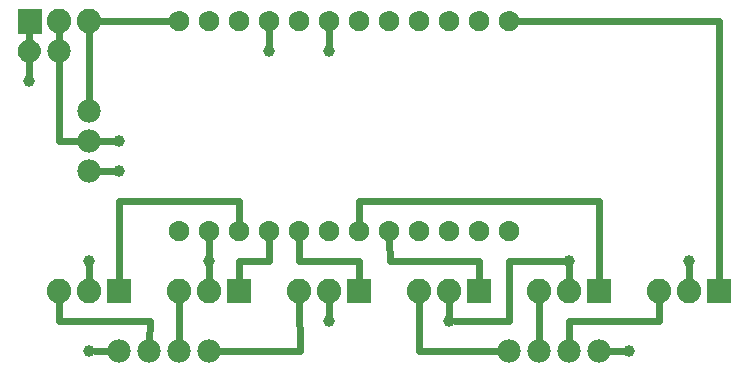
<source format=gbl>
G04 MADE WITH FRITZING*
G04 WWW.FRITZING.ORG*
G04 DOUBLE SIDED*
G04 HOLES PLATED*
G04 CONTOUR ON CENTER OF CONTOUR VECTOR*
%ASAXBY*%
%FSLAX23Y23*%
%MOIN*%
%OFA0B0*%
%SFA1.0B1.0*%
%ADD10C,0.039370*%
%ADD11C,0.068000*%
%ADD12C,0.082000*%
%ADD13C,0.078000*%
%ADD14C,0.048000*%
%ADD15C,0.052000*%
%ADD16R,0.082000X0.082000*%
%ADD17C,0.024000*%
%ADD18R,0.001000X0.001000*%
%LNCOPPER0*%
G90*
G70*
G54D10*
X1838Y360D03*
X2238Y360D03*
X1438Y160D03*
X1038Y160D03*
X638Y360D03*
X238Y360D03*
X238Y60D03*
X2038Y60D03*
G54D11*
X1438Y1160D03*
X1338Y1160D03*
X1538Y1160D03*
X1638Y1160D03*
X1238Y1160D03*
X1138Y1160D03*
X1038Y1160D03*
X938Y1160D03*
X838Y1160D03*
X738Y1160D03*
X638Y1160D03*
X538Y1160D03*
X1338Y460D03*
X1438Y460D03*
X1538Y460D03*
X1638Y460D03*
X1238Y460D03*
X1138Y460D03*
X1038Y460D03*
X938Y460D03*
X738Y460D03*
X838Y460D03*
X638Y460D03*
X538Y460D03*
G54D12*
X338Y260D03*
X238Y260D03*
X138Y260D03*
X738Y260D03*
X638Y260D03*
X538Y260D03*
X1138Y260D03*
X1038Y260D03*
X938Y260D03*
X2338Y260D03*
X2238Y260D03*
X2138Y260D03*
X1938Y260D03*
X1838Y260D03*
X1738Y260D03*
X1538Y260D03*
X1438Y260D03*
X1338Y260D03*
G54D13*
X238Y860D03*
X238Y760D03*
X238Y660D03*
X338Y60D03*
X438Y60D03*
X538Y60D03*
X638Y60D03*
X1638Y60D03*
X1738Y60D03*
X1838Y60D03*
X1938Y60D03*
G54D14*
X38Y1060D03*
G54D13*
X138Y1060D03*
G54D15*
X38Y1160D03*
G54D12*
X138Y1160D03*
X238Y1160D03*
G54D10*
X38Y960D03*
X338Y660D03*
X1038Y1060D03*
X838Y1060D03*
X338Y760D03*
G54D16*
X338Y260D03*
X738Y260D03*
X1138Y260D03*
X2338Y260D03*
X1938Y260D03*
X1538Y260D03*
G54D17*
X338Y560D02*
X737Y561D01*
D02*
X737Y561D02*
X738Y489D01*
D02*
X338Y292D02*
X338Y560D01*
D02*
X737Y361D02*
X838Y360D01*
D02*
X838Y360D02*
X838Y431D01*
D02*
X738Y292D02*
X737Y361D01*
D02*
X1138Y360D02*
X938Y360D01*
D02*
X938Y360D02*
X938Y431D01*
D02*
X1138Y292D02*
X1138Y360D01*
D02*
X1938Y560D02*
X1138Y561D01*
D02*
X1138Y561D02*
X1138Y489D01*
D02*
X1938Y292D02*
X1938Y560D01*
D02*
X2338Y1161D02*
X1667Y1160D01*
D02*
X2338Y292D02*
X2338Y1161D01*
D02*
X2238Y341D02*
X2238Y292D01*
D02*
X1838Y341D02*
X1838Y292D01*
D02*
X1438Y179D02*
X1438Y228D01*
D02*
X1038Y179D02*
X1038Y228D01*
D02*
X638Y341D02*
X638Y292D01*
D02*
X238Y341D02*
X238Y292D01*
D02*
X538Y228D02*
X538Y90D01*
D02*
X138Y160D02*
X439Y160D01*
D02*
X439Y160D02*
X438Y90D01*
D02*
X138Y228D02*
X138Y160D01*
D02*
X938Y228D02*
X939Y61D01*
D02*
X939Y61D02*
X668Y60D01*
D02*
X1338Y228D02*
X1338Y61D01*
D02*
X1338Y61D02*
X1608Y60D01*
D02*
X1738Y228D02*
X1738Y90D01*
D02*
X2138Y160D02*
X1838Y160D01*
D02*
X1838Y160D02*
X1838Y90D01*
D02*
X2138Y228D02*
X2138Y160D01*
D02*
X1638Y361D02*
X1819Y360D01*
D02*
X1638Y160D02*
X1638Y361D01*
D02*
X1457Y160D02*
X1638Y160D01*
D02*
X257Y60D02*
X308Y60D01*
D02*
X2019Y60D02*
X1968Y60D01*
D02*
X238Y1128D02*
X238Y890D01*
D02*
X1239Y360D02*
X1238Y431D01*
D02*
X1538Y292D02*
X1538Y360D01*
D02*
X1538Y360D02*
X1239Y360D01*
D02*
X638Y379D02*
X638Y431D01*
D02*
X270Y1160D02*
X509Y1160D01*
D02*
X38Y1128D02*
X38Y1090D01*
D02*
X138Y1090D02*
X138Y1128D01*
D02*
X138Y760D02*
X208Y760D01*
D02*
X138Y1030D02*
X138Y760D01*
D02*
X38Y979D02*
X38Y1030D01*
D02*
X1038Y1131D02*
X1038Y1079D01*
D02*
X268Y660D02*
X319Y660D01*
D02*
X268Y760D02*
X319Y760D01*
D02*
X838Y1131D02*
X838Y1079D01*
G54D18*
X0Y1201D02*
X78Y1201D01*
X0Y1200D02*
X78Y1200D01*
X0Y1199D02*
X78Y1199D01*
X0Y1198D02*
X78Y1198D01*
X0Y1197D02*
X78Y1197D01*
X0Y1196D02*
X78Y1196D01*
X0Y1195D02*
X78Y1195D01*
X0Y1194D02*
X78Y1194D01*
X534Y1194D02*
X541Y1194D01*
X634Y1194D02*
X641Y1194D01*
X734Y1194D02*
X741Y1194D01*
X834Y1194D02*
X841Y1194D01*
X934Y1194D02*
X941Y1194D01*
X1034Y1194D02*
X1041Y1194D01*
X1134Y1194D02*
X1141Y1194D01*
X1234Y1194D02*
X1241Y1194D01*
X1334Y1194D02*
X1341Y1194D01*
X1434Y1194D02*
X1441Y1194D01*
X1533Y1194D02*
X1541Y1194D01*
X1633Y1194D02*
X1641Y1194D01*
X0Y1193D02*
X78Y1193D01*
X529Y1193D02*
X546Y1193D01*
X629Y1193D02*
X646Y1193D01*
X729Y1193D02*
X746Y1193D01*
X829Y1193D02*
X846Y1193D01*
X929Y1193D02*
X946Y1193D01*
X1029Y1193D02*
X1046Y1193D01*
X1129Y1193D02*
X1146Y1193D01*
X1229Y1193D02*
X1246Y1193D01*
X1329Y1193D02*
X1346Y1193D01*
X1429Y1193D02*
X1446Y1193D01*
X1529Y1193D02*
X1546Y1193D01*
X1629Y1193D02*
X1646Y1193D01*
X0Y1192D02*
X78Y1192D01*
X526Y1192D02*
X549Y1192D01*
X626Y1192D02*
X649Y1192D01*
X726Y1192D02*
X749Y1192D01*
X826Y1192D02*
X849Y1192D01*
X926Y1192D02*
X949Y1192D01*
X1026Y1192D02*
X1049Y1192D01*
X1126Y1192D02*
X1149Y1192D01*
X1226Y1192D02*
X1249Y1192D01*
X1326Y1192D02*
X1349Y1192D01*
X1426Y1192D02*
X1449Y1192D01*
X1526Y1192D02*
X1549Y1192D01*
X1626Y1192D02*
X1649Y1192D01*
X0Y1191D02*
X78Y1191D01*
X524Y1191D02*
X551Y1191D01*
X624Y1191D02*
X651Y1191D01*
X724Y1191D02*
X751Y1191D01*
X824Y1191D02*
X851Y1191D01*
X924Y1191D02*
X951Y1191D01*
X1024Y1191D02*
X1051Y1191D01*
X1124Y1191D02*
X1151Y1191D01*
X1224Y1191D02*
X1251Y1191D01*
X1324Y1191D02*
X1351Y1191D01*
X1424Y1191D02*
X1451Y1191D01*
X1524Y1191D02*
X1551Y1191D01*
X1624Y1191D02*
X1651Y1191D01*
X0Y1190D02*
X78Y1190D01*
X522Y1190D02*
X553Y1190D01*
X622Y1190D02*
X653Y1190D01*
X722Y1190D02*
X753Y1190D01*
X822Y1190D02*
X853Y1190D01*
X922Y1190D02*
X953Y1190D01*
X1022Y1190D02*
X1053Y1190D01*
X1122Y1190D02*
X1153Y1190D01*
X1222Y1190D02*
X1253Y1190D01*
X1322Y1190D02*
X1353Y1190D01*
X1422Y1190D02*
X1453Y1190D01*
X1522Y1190D02*
X1553Y1190D01*
X1622Y1190D02*
X1653Y1190D01*
X0Y1189D02*
X78Y1189D01*
X521Y1189D02*
X555Y1189D01*
X620Y1189D02*
X655Y1189D01*
X720Y1189D02*
X755Y1189D01*
X820Y1189D02*
X855Y1189D01*
X920Y1189D02*
X955Y1189D01*
X1020Y1189D02*
X1055Y1189D01*
X1120Y1189D02*
X1155Y1189D01*
X1220Y1189D02*
X1255Y1189D01*
X1320Y1189D02*
X1355Y1189D01*
X1420Y1189D02*
X1455Y1189D01*
X1520Y1189D02*
X1555Y1189D01*
X1620Y1189D02*
X1655Y1189D01*
X0Y1188D02*
X78Y1188D01*
X519Y1188D02*
X556Y1188D01*
X619Y1188D02*
X656Y1188D01*
X719Y1188D02*
X756Y1188D01*
X819Y1188D02*
X856Y1188D01*
X919Y1188D02*
X956Y1188D01*
X1019Y1188D02*
X1056Y1188D01*
X1119Y1188D02*
X1156Y1188D01*
X1219Y1188D02*
X1256Y1188D01*
X1319Y1188D02*
X1356Y1188D01*
X1419Y1188D02*
X1456Y1188D01*
X1519Y1188D02*
X1556Y1188D01*
X1619Y1188D02*
X1656Y1188D01*
X0Y1187D02*
X78Y1187D01*
X518Y1187D02*
X558Y1187D01*
X618Y1187D02*
X658Y1187D01*
X718Y1187D02*
X758Y1187D01*
X818Y1187D02*
X858Y1187D01*
X918Y1187D02*
X957Y1187D01*
X1018Y1187D02*
X1057Y1187D01*
X1118Y1187D02*
X1157Y1187D01*
X1217Y1187D02*
X1257Y1187D01*
X1317Y1187D02*
X1357Y1187D01*
X1417Y1187D02*
X1457Y1187D01*
X1517Y1187D02*
X1557Y1187D01*
X1617Y1187D02*
X1657Y1187D01*
X0Y1186D02*
X78Y1186D01*
X516Y1186D02*
X559Y1186D01*
X616Y1186D02*
X659Y1186D01*
X716Y1186D02*
X759Y1186D01*
X816Y1186D02*
X859Y1186D01*
X916Y1186D02*
X959Y1186D01*
X1016Y1186D02*
X1059Y1186D01*
X1116Y1186D02*
X1159Y1186D01*
X1216Y1186D02*
X1259Y1186D01*
X1316Y1186D02*
X1359Y1186D01*
X1416Y1186D02*
X1459Y1186D01*
X1516Y1186D02*
X1559Y1186D01*
X1616Y1186D02*
X1659Y1186D01*
X0Y1185D02*
X78Y1185D01*
X515Y1185D02*
X560Y1185D01*
X615Y1185D02*
X660Y1185D01*
X715Y1185D02*
X760Y1185D01*
X815Y1185D02*
X860Y1185D01*
X915Y1185D02*
X960Y1185D01*
X1015Y1185D02*
X1060Y1185D01*
X1115Y1185D02*
X1160Y1185D01*
X1215Y1185D02*
X1260Y1185D01*
X1315Y1185D02*
X1360Y1185D01*
X1415Y1185D02*
X1460Y1185D01*
X1515Y1185D02*
X1560Y1185D01*
X1615Y1185D02*
X1660Y1185D01*
X0Y1184D02*
X78Y1184D01*
X514Y1184D02*
X561Y1184D01*
X614Y1184D02*
X661Y1184D01*
X714Y1184D02*
X761Y1184D01*
X814Y1184D02*
X861Y1184D01*
X914Y1184D02*
X961Y1184D01*
X1014Y1184D02*
X1061Y1184D01*
X1114Y1184D02*
X1161Y1184D01*
X1214Y1184D02*
X1261Y1184D01*
X1314Y1184D02*
X1361Y1184D01*
X1414Y1184D02*
X1461Y1184D01*
X1514Y1184D02*
X1561Y1184D01*
X1614Y1184D02*
X1661Y1184D01*
X0Y1183D02*
X78Y1183D01*
X513Y1183D02*
X562Y1183D01*
X613Y1183D02*
X662Y1183D01*
X713Y1183D02*
X762Y1183D01*
X813Y1183D02*
X862Y1183D01*
X913Y1183D02*
X962Y1183D01*
X1013Y1183D02*
X1062Y1183D01*
X1113Y1183D02*
X1162Y1183D01*
X1213Y1183D02*
X1262Y1183D01*
X1313Y1183D02*
X1362Y1183D01*
X1413Y1183D02*
X1462Y1183D01*
X1513Y1183D02*
X1562Y1183D01*
X1613Y1183D02*
X1662Y1183D01*
X0Y1182D02*
X78Y1182D01*
X512Y1182D02*
X563Y1182D01*
X612Y1182D02*
X663Y1182D01*
X712Y1182D02*
X763Y1182D01*
X812Y1182D02*
X863Y1182D01*
X912Y1182D02*
X963Y1182D01*
X1012Y1182D02*
X1063Y1182D01*
X1112Y1182D02*
X1163Y1182D01*
X1212Y1182D02*
X1263Y1182D01*
X1312Y1182D02*
X1363Y1182D01*
X1412Y1182D02*
X1463Y1182D01*
X1512Y1182D02*
X1563Y1182D01*
X1612Y1182D02*
X1663Y1182D01*
X0Y1181D02*
X33Y1181D01*
X42Y1181D02*
X78Y1181D01*
X512Y1181D02*
X564Y1181D01*
X612Y1181D02*
X664Y1181D01*
X711Y1181D02*
X764Y1181D01*
X811Y1181D02*
X864Y1181D01*
X911Y1181D02*
X963Y1181D01*
X1011Y1181D02*
X1063Y1181D01*
X1111Y1181D02*
X1163Y1181D01*
X1211Y1181D02*
X1263Y1181D01*
X1311Y1181D02*
X1363Y1181D01*
X1411Y1181D02*
X1463Y1181D01*
X1511Y1181D02*
X1563Y1181D01*
X1611Y1181D02*
X1663Y1181D01*
X0Y1180D02*
X29Y1180D01*
X46Y1180D02*
X78Y1180D01*
X511Y1180D02*
X564Y1180D01*
X611Y1180D02*
X664Y1180D01*
X711Y1180D02*
X764Y1180D01*
X811Y1180D02*
X864Y1180D01*
X911Y1180D02*
X964Y1180D01*
X1011Y1180D02*
X1064Y1180D01*
X1111Y1180D02*
X1164Y1180D01*
X1211Y1180D02*
X1264Y1180D01*
X1311Y1180D02*
X1364Y1180D01*
X1411Y1180D02*
X1464Y1180D01*
X1511Y1180D02*
X1564Y1180D01*
X1611Y1180D02*
X1664Y1180D01*
X0Y1179D02*
X26Y1179D01*
X49Y1179D02*
X78Y1179D01*
X510Y1179D02*
X565Y1179D01*
X610Y1179D02*
X665Y1179D01*
X710Y1179D02*
X765Y1179D01*
X810Y1179D02*
X865Y1179D01*
X910Y1179D02*
X965Y1179D01*
X1010Y1179D02*
X1065Y1179D01*
X1110Y1179D02*
X1165Y1179D01*
X1210Y1179D02*
X1265Y1179D01*
X1310Y1179D02*
X1365Y1179D01*
X1410Y1179D02*
X1465Y1179D01*
X1510Y1179D02*
X1565Y1179D01*
X1610Y1179D02*
X1665Y1179D01*
X0Y1178D02*
X25Y1178D01*
X51Y1178D02*
X78Y1178D01*
X509Y1178D02*
X533Y1178D01*
X542Y1178D02*
X566Y1178D01*
X609Y1178D02*
X633Y1178D01*
X642Y1178D02*
X666Y1178D01*
X709Y1178D02*
X733Y1178D01*
X742Y1178D02*
X766Y1178D01*
X809Y1178D02*
X833Y1178D01*
X842Y1178D02*
X866Y1178D01*
X909Y1178D02*
X933Y1178D01*
X942Y1178D02*
X966Y1178D01*
X1009Y1178D02*
X1033Y1178D01*
X1042Y1178D02*
X1066Y1178D01*
X1109Y1178D02*
X1133Y1178D01*
X1142Y1178D02*
X1166Y1178D01*
X1209Y1178D02*
X1233Y1178D01*
X1242Y1178D02*
X1266Y1178D01*
X1309Y1178D02*
X1333Y1178D01*
X1342Y1178D02*
X1365Y1178D01*
X1409Y1178D02*
X1433Y1178D01*
X1442Y1178D02*
X1465Y1178D01*
X1509Y1178D02*
X1533Y1178D01*
X1542Y1178D02*
X1565Y1178D01*
X1609Y1178D02*
X1633Y1178D01*
X1642Y1178D02*
X1665Y1178D01*
X0Y1177D02*
X23Y1177D01*
X52Y1177D02*
X78Y1177D01*
X509Y1177D02*
X529Y1177D01*
X546Y1177D02*
X566Y1177D01*
X609Y1177D02*
X629Y1177D01*
X646Y1177D02*
X666Y1177D01*
X709Y1177D02*
X729Y1177D01*
X746Y1177D02*
X766Y1177D01*
X809Y1177D02*
X829Y1177D01*
X846Y1177D02*
X866Y1177D01*
X909Y1177D02*
X929Y1177D01*
X946Y1177D02*
X966Y1177D01*
X1009Y1177D02*
X1029Y1177D01*
X1046Y1177D02*
X1066Y1177D01*
X1109Y1177D02*
X1129Y1177D01*
X1146Y1177D02*
X1166Y1177D01*
X1209Y1177D02*
X1229Y1177D01*
X1246Y1177D02*
X1266Y1177D01*
X1309Y1177D02*
X1329Y1177D01*
X1346Y1177D02*
X1366Y1177D01*
X1409Y1177D02*
X1429Y1177D01*
X1446Y1177D02*
X1466Y1177D01*
X1508Y1177D02*
X1529Y1177D01*
X1546Y1177D02*
X1566Y1177D01*
X1608Y1177D02*
X1629Y1177D01*
X1646Y1177D02*
X1666Y1177D01*
X0Y1176D02*
X22Y1176D01*
X53Y1176D02*
X78Y1176D01*
X508Y1176D02*
X527Y1176D01*
X548Y1176D02*
X567Y1176D01*
X608Y1176D02*
X627Y1176D01*
X648Y1176D02*
X667Y1176D01*
X708Y1176D02*
X727Y1176D01*
X748Y1176D02*
X767Y1176D01*
X808Y1176D02*
X827Y1176D01*
X848Y1176D02*
X867Y1176D01*
X908Y1176D02*
X927Y1176D01*
X948Y1176D02*
X967Y1176D01*
X1008Y1176D02*
X1027Y1176D01*
X1048Y1176D02*
X1067Y1176D01*
X1108Y1176D02*
X1127Y1176D01*
X1148Y1176D02*
X1167Y1176D01*
X1208Y1176D02*
X1227Y1176D01*
X1248Y1176D02*
X1267Y1176D01*
X1308Y1176D02*
X1327Y1176D01*
X1348Y1176D02*
X1367Y1176D01*
X1408Y1176D02*
X1427Y1176D01*
X1448Y1176D02*
X1467Y1176D01*
X1508Y1176D02*
X1527Y1176D01*
X1548Y1176D02*
X1567Y1176D01*
X1608Y1176D02*
X1627Y1176D01*
X1648Y1176D02*
X1667Y1176D01*
X0Y1175D02*
X21Y1175D01*
X54Y1175D02*
X78Y1175D01*
X508Y1175D02*
X526Y1175D01*
X550Y1175D02*
X567Y1175D01*
X608Y1175D02*
X626Y1175D01*
X650Y1175D02*
X667Y1175D01*
X708Y1175D02*
X726Y1175D01*
X750Y1175D02*
X767Y1175D01*
X808Y1175D02*
X825Y1175D01*
X850Y1175D02*
X867Y1175D01*
X908Y1175D02*
X925Y1175D01*
X950Y1175D02*
X967Y1175D01*
X1007Y1175D02*
X1025Y1175D01*
X1050Y1175D02*
X1067Y1175D01*
X1107Y1175D02*
X1125Y1175D01*
X1150Y1175D02*
X1167Y1175D01*
X1207Y1175D02*
X1225Y1175D01*
X1250Y1175D02*
X1267Y1175D01*
X1307Y1175D02*
X1325Y1175D01*
X1349Y1175D02*
X1367Y1175D01*
X1407Y1175D02*
X1425Y1175D01*
X1449Y1175D02*
X1467Y1175D01*
X1507Y1175D02*
X1525Y1175D01*
X1549Y1175D02*
X1567Y1175D01*
X1607Y1175D02*
X1625Y1175D01*
X1649Y1175D02*
X1667Y1175D01*
X0Y1174D02*
X20Y1174D01*
X55Y1174D02*
X78Y1174D01*
X507Y1174D02*
X524Y1174D01*
X551Y1174D02*
X568Y1174D01*
X607Y1174D02*
X624Y1174D01*
X651Y1174D02*
X668Y1174D01*
X707Y1174D02*
X724Y1174D01*
X751Y1174D02*
X768Y1174D01*
X807Y1174D02*
X824Y1174D01*
X851Y1174D02*
X868Y1174D01*
X907Y1174D02*
X924Y1174D01*
X951Y1174D02*
X968Y1174D01*
X1007Y1174D02*
X1024Y1174D01*
X1051Y1174D02*
X1068Y1174D01*
X1107Y1174D02*
X1124Y1174D01*
X1151Y1174D02*
X1168Y1174D01*
X1207Y1174D02*
X1224Y1174D01*
X1251Y1174D02*
X1268Y1174D01*
X1307Y1174D02*
X1324Y1174D01*
X1351Y1174D02*
X1368Y1174D01*
X1407Y1174D02*
X1424Y1174D01*
X1451Y1174D02*
X1468Y1174D01*
X1507Y1174D02*
X1524Y1174D01*
X1551Y1174D02*
X1568Y1174D01*
X1607Y1174D02*
X1624Y1174D01*
X1651Y1174D02*
X1668Y1174D01*
X0Y1173D02*
X20Y1173D01*
X56Y1173D02*
X78Y1173D01*
X507Y1173D02*
X523Y1173D01*
X552Y1173D02*
X568Y1173D01*
X607Y1173D02*
X623Y1173D01*
X652Y1173D02*
X668Y1173D01*
X707Y1173D02*
X723Y1173D01*
X752Y1173D02*
X768Y1173D01*
X807Y1173D02*
X823Y1173D01*
X852Y1173D02*
X868Y1173D01*
X907Y1173D02*
X923Y1173D01*
X952Y1173D02*
X968Y1173D01*
X1007Y1173D02*
X1023Y1173D01*
X1052Y1173D02*
X1068Y1173D01*
X1106Y1173D02*
X1123Y1173D01*
X1152Y1173D02*
X1168Y1173D01*
X1206Y1173D02*
X1223Y1173D01*
X1252Y1173D02*
X1268Y1173D01*
X1306Y1173D02*
X1323Y1173D01*
X1352Y1173D02*
X1368Y1173D01*
X1406Y1173D02*
X1423Y1173D01*
X1452Y1173D02*
X1468Y1173D01*
X1506Y1173D02*
X1523Y1173D01*
X1552Y1173D02*
X1568Y1173D01*
X1606Y1173D02*
X1623Y1173D01*
X1652Y1173D02*
X1668Y1173D01*
X0Y1172D02*
X19Y1172D01*
X56Y1172D02*
X78Y1172D01*
X506Y1172D02*
X522Y1172D01*
X553Y1172D02*
X569Y1172D01*
X606Y1172D02*
X622Y1172D01*
X653Y1172D02*
X669Y1172D01*
X706Y1172D02*
X722Y1172D01*
X753Y1172D02*
X769Y1172D01*
X806Y1172D02*
X822Y1172D01*
X853Y1172D02*
X869Y1172D01*
X906Y1172D02*
X922Y1172D01*
X953Y1172D02*
X969Y1172D01*
X1006Y1172D02*
X1022Y1172D01*
X1053Y1172D02*
X1069Y1172D01*
X1106Y1172D02*
X1122Y1172D01*
X1153Y1172D02*
X1169Y1172D01*
X1206Y1172D02*
X1222Y1172D01*
X1252Y1172D02*
X1269Y1172D01*
X1306Y1172D02*
X1322Y1172D01*
X1352Y1172D02*
X1369Y1172D01*
X1406Y1172D02*
X1422Y1172D01*
X1452Y1172D02*
X1468Y1172D01*
X1506Y1172D02*
X1522Y1172D01*
X1552Y1172D02*
X1568Y1172D01*
X1606Y1172D02*
X1622Y1172D01*
X1652Y1172D02*
X1668Y1172D01*
X0Y1171D02*
X18Y1171D01*
X57Y1171D02*
X78Y1171D01*
X506Y1171D02*
X522Y1171D01*
X553Y1171D02*
X569Y1171D01*
X606Y1171D02*
X622Y1171D01*
X653Y1171D02*
X669Y1171D01*
X706Y1171D02*
X722Y1171D01*
X753Y1171D02*
X769Y1171D01*
X806Y1171D02*
X822Y1171D01*
X853Y1171D02*
X869Y1171D01*
X906Y1171D02*
X922Y1171D01*
X953Y1171D02*
X969Y1171D01*
X1006Y1171D02*
X1022Y1171D01*
X1053Y1171D02*
X1069Y1171D01*
X1106Y1171D02*
X1122Y1171D01*
X1153Y1171D02*
X1169Y1171D01*
X1206Y1171D02*
X1222Y1171D01*
X1253Y1171D02*
X1269Y1171D01*
X1306Y1171D02*
X1322Y1171D01*
X1353Y1171D02*
X1369Y1171D01*
X1406Y1171D02*
X1422Y1171D01*
X1453Y1171D02*
X1469Y1171D01*
X1506Y1171D02*
X1521Y1171D01*
X1553Y1171D02*
X1569Y1171D01*
X1606Y1171D02*
X1621Y1171D01*
X1653Y1171D02*
X1669Y1171D01*
X0Y1170D02*
X18Y1170D01*
X57Y1170D02*
X78Y1170D01*
X505Y1170D02*
X521Y1170D01*
X554Y1170D02*
X569Y1170D01*
X605Y1170D02*
X621Y1170D01*
X654Y1170D02*
X669Y1170D01*
X705Y1170D02*
X721Y1170D01*
X754Y1170D02*
X769Y1170D01*
X805Y1170D02*
X821Y1170D01*
X854Y1170D02*
X869Y1170D01*
X905Y1170D02*
X921Y1170D01*
X954Y1170D02*
X969Y1170D01*
X1005Y1170D02*
X1021Y1170D01*
X1054Y1170D02*
X1069Y1170D01*
X1105Y1170D02*
X1121Y1170D01*
X1154Y1170D02*
X1169Y1170D01*
X1205Y1170D02*
X1221Y1170D01*
X1254Y1170D02*
X1269Y1170D01*
X1305Y1170D02*
X1321Y1170D01*
X1354Y1170D02*
X1369Y1170D01*
X1405Y1170D02*
X1421Y1170D01*
X1454Y1170D02*
X1469Y1170D01*
X1505Y1170D02*
X1521Y1170D01*
X1554Y1170D02*
X1569Y1170D01*
X1605Y1170D02*
X1621Y1170D01*
X1654Y1170D02*
X1669Y1170D01*
X0Y1169D02*
X17Y1169D01*
X58Y1169D02*
X78Y1169D01*
X505Y1169D02*
X521Y1169D01*
X554Y1169D02*
X570Y1169D01*
X605Y1169D02*
X621Y1169D01*
X654Y1169D02*
X670Y1169D01*
X705Y1169D02*
X721Y1169D01*
X754Y1169D02*
X770Y1169D01*
X805Y1169D02*
X821Y1169D01*
X854Y1169D02*
X870Y1169D01*
X905Y1169D02*
X921Y1169D01*
X954Y1169D02*
X970Y1169D01*
X1005Y1169D02*
X1021Y1169D01*
X1054Y1169D02*
X1070Y1169D01*
X1105Y1169D02*
X1121Y1169D01*
X1154Y1169D02*
X1170Y1169D01*
X1205Y1169D02*
X1221Y1169D01*
X1254Y1169D02*
X1270Y1169D01*
X1305Y1169D02*
X1321Y1169D01*
X1354Y1169D02*
X1369Y1169D01*
X1405Y1169D02*
X1420Y1169D01*
X1454Y1169D02*
X1469Y1169D01*
X1505Y1169D02*
X1520Y1169D01*
X1554Y1169D02*
X1569Y1169D01*
X1605Y1169D02*
X1620Y1169D01*
X1654Y1169D02*
X1669Y1169D01*
X0Y1168D02*
X17Y1168D01*
X58Y1168D02*
X78Y1168D01*
X505Y1168D02*
X520Y1168D01*
X555Y1168D02*
X570Y1168D01*
X605Y1168D02*
X620Y1168D01*
X655Y1168D02*
X670Y1168D01*
X705Y1168D02*
X720Y1168D01*
X755Y1168D02*
X770Y1168D01*
X805Y1168D02*
X820Y1168D01*
X855Y1168D02*
X870Y1168D01*
X905Y1168D02*
X920Y1168D01*
X955Y1168D02*
X970Y1168D01*
X1005Y1168D02*
X1020Y1168D01*
X1055Y1168D02*
X1070Y1168D01*
X1105Y1168D02*
X1120Y1168D01*
X1155Y1168D02*
X1170Y1168D01*
X1205Y1168D02*
X1220Y1168D01*
X1255Y1168D02*
X1270Y1168D01*
X1305Y1168D02*
X1320Y1168D01*
X1355Y1168D02*
X1370Y1168D01*
X1405Y1168D02*
X1420Y1168D01*
X1455Y1168D02*
X1470Y1168D01*
X1505Y1168D02*
X1520Y1168D01*
X1554Y1168D02*
X1570Y1168D01*
X1605Y1168D02*
X1620Y1168D01*
X1654Y1168D02*
X1670Y1168D01*
X0Y1167D02*
X17Y1167D01*
X58Y1167D02*
X78Y1167D01*
X505Y1167D02*
X520Y1167D01*
X555Y1167D02*
X570Y1167D01*
X605Y1167D02*
X620Y1167D01*
X655Y1167D02*
X670Y1167D01*
X705Y1167D02*
X720Y1167D01*
X755Y1167D02*
X770Y1167D01*
X805Y1167D02*
X820Y1167D01*
X855Y1167D02*
X870Y1167D01*
X905Y1167D02*
X920Y1167D01*
X955Y1167D02*
X970Y1167D01*
X1005Y1167D02*
X1020Y1167D01*
X1055Y1167D02*
X1070Y1167D01*
X1105Y1167D02*
X1120Y1167D01*
X1155Y1167D02*
X1170Y1167D01*
X1204Y1167D02*
X1220Y1167D01*
X1255Y1167D02*
X1270Y1167D01*
X1304Y1167D02*
X1320Y1167D01*
X1355Y1167D02*
X1370Y1167D01*
X1404Y1167D02*
X1420Y1167D01*
X1455Y1167D02*
X1470Y1167D01*
X1504Y1167D02*
X1520Y1167D01*
X1555Y1167D02*
X1570Y1167D01*
X1604Y1167D02*
X1620Y1167D01*
X1655Y1167D02*
X1670Y1167D01*
X0Y1166D02*
X17Y1166D01*
X58Y1166D02*
X78Y1166D01*
X504Y1166D02*
X520Y1166D01*
X555Y1166D02*
X570Y1166D01*
X604Y1166D02*
X620Y1166D01*
X655Y1166D02*
X670Y1166D01*
X704Y1166D02*
X720Y1166D01*
X755Y1166D02*
X770Y1166D01*
X804Y1166D02*
X820Y1166D01*
X855Y1166D02*
X870Y1166D01*
X904Y1166D02*
X920Y1166D01*
X955Y1166D02*
X970Y1166D01*
X1004Y1166D02*
X1020Y1166D01*
X1055Y1166D02*
X1070Y1166D01*
X1104Y1166D02*
X1120Y1166D01*
X1155Y1166D02*
X1170Y1166D01*
X1204Y1166D02*
X1219Y1166D01*
X1255Y1166D02*
X1270Y1166D01*
X1304Y1166D02*
X1319Y1166D01*
X1355Y1166D02*
X1370Y1166D01*
X1404Y1166D02*
X1419Y1166D01*
X1455Y1166D02*
X1470Y1166D01*
X1504Y1166D02*
X1519Y1166D01*
X1555Y1166D02*
X1570Y1166D01*
X1604Y1166D02*
X1619Y1166D01*
X1655Y1166D02*
X1670Y1166D01*
X0Y1165D02*
X16Y1165D01*
X59Y1165D02*
X78Y1165D01*
X504Y1165D02*
X519Y1165D01*
X555Y1165D02*
X571Y1165D01*
X604Y1165D02*
X619Y1165D01*
X655Y1165D02*
X671Y1165D01*
X704Y1165D02*
X719Y1165D01*
X755Y1165D02*
X770Y1165D01*
X804Y1165D02*
X819Y1165D01*
X855Y1165D02*
X870Y1165D01*
X904Y1165D02*
X919Y1165D01*
X955Y1165D02*
X970Y1165D01*
X1004Y1165D02*
X1019Y1165D01*
X1055Y1165D02*
X1070Y1165D01*
X1104Y1165D02*
X1119Y1165D01*
X1155Y1165D02*
X1170Y1165D01*
X1204Y1165D02*
X1219Y1165D01*
X1255Y1165D02*
X1270Y1165D01*
X1304Y1165D02*
X1319Y1165D01*
X1355Y1165D02*
X1370Y1165D01*
X1404Y1165D02*
X1419Y1165D01*
X1455Y1165D02*
X1470Y1165D01*
X1504Y1165D02*
X1519Y1165D01*
X1555Y1165D02*
X1570Y1165D01*
X1604Y1165D02*
X1619Y1165D01*
X1655Y1165D02*
X1670Y1165D01*
X0Y1164D02*
X16Y1164D01*
X59Y1164D02*
X78Y1164D01*
X504Y1164D02*
X519Y1164D01*
X556Y1164D02*
X571Y1164D01*
X604Y1164D02*
X619Y1164D01*
X656Y1164D02*
X671Y1164D01*
X704Y1164D02*
X719Y1164D01*
X756Y1164D02*
X771Y1164D01*
X804Y1164D02*
X819Y1164D01*
X856Y1164D02*
X871Y1164D01*
X904Y1164D02*
X919Y1164D01*
X956Y1164D02*
X971Y1164D01*
X1004Y1164D02*
X1019Y1164D01*
X1056Y1164D02*
X1071Y1164D01*
X1104Y1164D02*
X1119Y1164D01*
X1155Y1164D02*
X1171Y1164D01*
X1204Y1164D02*
X1219Y1164D01*
X1255Y1164D02*
X1271Y1164D01*
X1304Y1164D02*
X1319Y1164D01*
X1355Y1164D02*
X1370Y1164D01*
X1404Y1164D02*
X1419Y1164D01*
X1455Y1164D02*
X1470Y1164D01*
X1504Y1164D02*
X1519Y1164D01*
X1555Y1164D02*
X1570Y1164D01*
X1604Y1164D02*
X1619Y1164D01*
X1655Y1164D02*
X1670Y1164D01*
X0Y1163D02*
X16Y1163D01*
X59Y1163D02*
X78Y1163D01*
X504Y1163D02*
X519Y1163D01*
X556Y1163D02*
X571Y1163D01*
X604Y1163D02*
X619Y1163D01*
X656Y1163D02*
X671Y1163D01*
X704Y1163D02*
X719Y1163D01*
X756Y1163D02*
X771Y1163D01*
X804Y1163D02*
X819Y1163D01*
X856Y1163D02*
X871Y1163D01*
X904Y1163D02*
X919Y1163D01*
X956Y1163D02*
X971Y1163D01*
X1004Y1163D02*
X1019Y1163D01*
X1056Y1163D02*
X1071Y1163D01*
X1104Y1163D02*
X1119Y1163D01*
X1156Y1163D02*
X1171Y1163D01*
X1204Y1163D02*
X1219Y1163D01*
X1256Y1163D02*
X1271Y1163D01*
X1304Y1163D02*
X1319Y1163D01*
X1356Y1163D02*
X1371Y1163D01*
X1404Y1163D02*
X1419Y1163D01*
X1456Y1163D02*
X1471Y1163D01*
X1504Y1163D02*
X1519Y1163D01*
X1555Y1163D02*
X1571Y1163D01*
X1604Y1163D02*
X1619Y1163D01*
X1655Y1163D02*
X1671Y1163D01*
X0Y1162D02*
X16Y1162D01*
X59Y1162D02*
X78Y1162D01*
X504Y1162D02*
X519Y1162D01*
X556Y1162D02*
X571Y1162D01*
X604Y1162D02*
X619Y1162D01*
X656Y1162D02*
X671Y1162D01*
X704Y1162D02*
X719Y1162D01*
X756Y1162D02*
X771Y1162D01*
X804Y1162D02*
X819Y1162D01*
X856Y1162D02*
X871Y1162D01*
X904Y1162D02*
X919Y1162D01*
X956Y1162D02*
X971Y1162D01*
X1004Y1162D02*
X1019Y1162D01*
X1056Y1162D02*
X1071Y1162D01*
X1104Y1162D02*
X1119Y1162D01*
X1156Y1162D02*
X1171Y1162D01*
X1204Y1162D02*
X1219Y1162D01*
X1256Y1162D02*
X1271Y1162D01*
X1304Y1162D02*
X1319Y1162D01*
X1356Y1162D02*
X1371Y1162D01*
X1404Y1162D02*
X1419Y1162D01*
X1456Y1162D02*
X1471Y1162D01*
X1504Y1162D02*
X1519Y1162D01*
X1556Y1162D02*
X1571Y1162D01*
X1604Y1162D02*
X1619Y1162D01*
X1656Y1162D02*
X1671Y1162D01*
X0Y1161D02*
X16Y1161D01*
X59Y1161D02*
X78Y1161D01*
X504Y1161D02*
X519Y1161D01*
X556Y1161D02*
X571Y1161D01*
X604Y1161D02*
X619Y1161D01*
X656Y1161D02*
X671Y1161D01*
X704Y1161D02*
X719Y1161D01*
X756Y1161D02*
X771Y1161D01*
X804Y1161D02*
X819Y1161D01*
X856Y1161D02*
X871Y1161D01*
X904Y1161D02*
X919Y1161D01*
X956Y1161D02*
X971Y1161D01*
X1004Y1161D02*
X1019Y1161D01*
X1056Y1161D02*
X1071Y1161D01*
X1104Y1161D02*
X1119Y1161D01*
X1156Y1161D02*
X1171Y1161D01*
X1204Y1161D02*
X1219Y1161D01*
X1256Y1161D02*
X1271Y1161D01*
X1304Y1161D02*
X1319Y1161D01*
X1356Y1161D02*
X1371Y1161D01*
X1404Y1161D02*
X1419Y1161D01*
X1456Y1161D02*
X1471Y1161D01*
X1504Y1161D02*
X1519Y1161D01*
X1556Y1161D02*
X1571Y1161D01*
X1604Y1161D02*
X1619Y1161D01*
X1656Y1161D02*
X1671Y1161D01*
X0Y1160D02*
X16Y1160D01*
X59Y1160D02*
X78Y1160D01*
X504Y1160D02*
X519Y1160D01*
X556Y1160D02*
X571Y1160D01*
X604Y1160D02*
X619Y1160D01*
X656Y1160D02*
X671Y1160D01*
X704Y1160D02*
X719Y1160D01*
X756Y1160D02*
X771Y1160D01*
X804Y1160D02*
X819Y1160D01*
X856Y1160D02*
X871Y1160D01*
X904Y1160D02*
X919Y1160D01*
X956Y1160D02*
X971Y1160D01*
X1004Y1160D02*
X1019Y1160D01*
X1056Y1160D02*
X1071Y1160D01*
X1104Y1160D02*
X1119Y1160D01*
X1156Y1160D02*
X1171Y1160D01*
X1204Y1160D02*
X1219Y1160D01*
X1256Y1160D02*
X1271Y1160D01*
X1304Y1160D02*
X1319Y1160D01*
X1356Y1160D02*
X1371Y1160D01*
X1404Y1160D02*
X1419Y1160D01*
X1456Y1160D02*
X1471Y1160D01*
X1504Y1160D02*
X1519Y1160D01*
X1556Y1160D02*
X1571Y1160D01*
X1604Y1160D02*
X1619Y1160D01*
X1656Y1160D02*
X1671Y1160D01*
X0Y1159D02*
X16Y1159D01*
X59Y1159D02*
X78Y1159D01*
X504Y1159D02*
X519Y1159D01*
X556Y1159D02*
X571Y1159D01*
X604Y1159D02*
X619Y1159D01*
X656Y1159D02*
X671Y1159D01*
X704Y1159D02*
X719Y1159D01*
X756Y1159D02*
X771Y1159D01*
X804Y1159D02*
X819Y1159D01*
X856Y1159D02*
X871Y1159D01*
X904Y1159D02*
X919Y1159D01*
X956Y1159D02*
X971Y1159D01*
X1004Y1159D02*
X1019Y1159D01*
X1056Y1159D02*
X1071Y1159D01*
X1104Y1159D02*
X1119Y1159D01*
X1156Y1159D02*
X1171Y1159D01*
X1204Y1159D02*
X1219Y1159D01*
X1256Y1159D02*
X1271Y1159D01*
X1304Y1159D02*
X1319Y1159D01*
X1356Y1159D02*
X1371Y1159D01*
X1404Y1159D02*
X1419Y1159D01*
X1456Y1159D02*
X1471Y1159D01*
X1504Y1159D02*
X1519Y1159D01*
X1556Y1159D02*
X1571Y1159D01*
X1604Y1159D02*
X1619Y1159D01*
X1656Y1159D02*
X1671Y1159D01*
X0Y1158D02*
X16Y1158D01*
X59Y1158D02*
X78Y1158D01*
X504Y1158D02*
X519Y1158D01*
X556Y1158D02*
X571Y1158D01*
X604Y1158D02*
X619Y1158D01*
X656Y1158D02*
X671Y1158D01*
X704Y1158D02*
X719Y1158D01*
X756Y1158D02*
X771Y1158D01*
X804Y1158D02*
X819Y1158D01*
X856Y1158D02*
X871Y1158D01*
X904Y1158D02*
X919Y1158D01*
X956Y1158D02*
X971Y1158D01*
X1004Y1158D02*
X1019Y1158D01*
X1056Y1158D02*
X1071Y1158D01*
X1104Y1158D02*
X1119Y1158D01*
X1156Y1158D02*
X1171Y1158D01*
X1204Y1158D02*
X1219Y1158D01*
X1256Y1158D02*
X1271Y1158D01*
X1304Y1158D02*
X1319Y1158D01*
X1356Y1158D02*
X1371Y1158D01*
X1404Y1158D02*
X1419Y1158D01*
X1456Y1158D02*
X1471Y1158D01*
X1504Y1158D02*
X1519Y1158D01*
X1555Y1158D02*
X1571Y1158D01*
X1604Y1158D02*
X1619Y1158D01*
X1655Y1158D02*
X1671Y1158D01*
X0Y1157D02*
X16Y1157D01*
X59Y1157D02*
X78Y1157D01*
X504Y1157D02*
X519Y1157D01*
X556Y1157D02*
X571Y1157D01*
X604Y1157D02*
X619Y1157D01*
X656Y1157D02*
X671Y1157D01*
X704Y1157D02*
X719Y1157D01*
X756Y1157D02*
X771Y1157D01*
X804Y1157D02*
X819Y1157D01*
X856Y1157D02*
X871Y1157D01*
X904Y1157D02*
X919Y1157D01*
X956Y1157D02*
X971Y1157D01*
X1004Y1157D02*
X1019Y1157D01*
X1056Y1157D02*
X1071Y1157D01*
X1104Y1157D02*
X1119Y1157D01*
X1156Y1157D02*
X1171Y1157D01*
X1204Y1157D02*
X1219Y1157D01*
X1255Y1157D02*
X1271Y1157D01*
X1304Y1157D02*
X1319Y1157D01*
X1355Y1157D02*
X1371Y1157D01*
X1404Y1157D02*
X1419Y1157D01*
X1455Y1157D02*
X1470Y1157D01*
X1504Y1157D02*
X1519Y1157D01*
X1555Y1157D02*
X1570Y1157D01*
X1604Y1157D02*
X1619Y1157D01*
X1655Y1157D02*
X1670Y1157D01*
X0Y1156D02*
X16Y1156D01*
X59Y1156D02*
X78Y1156D01*
X504Y1156D02*
X519Y1156D01*
X555Y1156D02*
X571Y1156D01*
X604Y1156D02*
X619Y1156D01*
X655Y1156D02*
X671Y1156D01*
X704Y1156D02*
X719Y1156D01*
X755Y1156D02*
X770Y1156D01*
X804Y1156D02*
X819Y1156D01*
X855Y1156D02*
X870Y1156D01*
X904Y1156D02*
X919Y1156D01*
X955Y1156D02*
X970Y1156D01*
X1004Y1156D02*
X1019Y1156D01*
X1055Y1156D02*
X1070Y1156D01*
X1104Y1156D02*
X1119Y1156D01*
X1155Y1156D02*
X1170Y1156D01*
X1204Y1156D02*
X1219Y1156D01*
X1255Y1156D02*
X1270Y1156D01*
X1304Y1156D02*
X1319Y1156D01*
X1355Y1156D02*
X1370Y1156D01*
X1404Y1156D02*
X1419Y1156D01*
X1455Y1156D02*
X1470Y1156D01*
X1504Y1156D02*
X1519Y1156D01*
X1555Y1156D02*
X1570Y1156D01*
X1604Y1156D02*
X1619Y1156D01*
X1655Y1156D02*
X1670Y1156D01*
X0Y1155D02*
X17Y1155D01*
X58Y1155D02*
X78Y1155D01*
X504Y1155D02*
X520Y1155D01*
X555Y1155D02*
X570Y1155D01*
X604Y1155D02*
X620Y1155D01*
X655Y1155D02*
X670Y1155D01*
X704Y1155D02*
X720Y1155D01*
X755Y1155D02*
X770Y1155D01*
X804Y1155D02*
X820Y1155D01*
X855Y1155D02*
X870Y1155D01*
X904Y1155D02*
X920Y1155D01*
X955Y1155D02*
X970Y1155D01*
X1004Y1155D02*
X1020Y1155D01*
X1055Y1155D02*
X1070Y1155D01*
X1104Y1155D02*
X1120Y1155D01*
X1155Y1155D02*
X1170Y1155D01*
X1204Y1155D02*
X1220Y1155D01*
X1255Y1155D02*
X1270Y1155D01*
X1304Y1155D02*
X1319Y1155D01*
X1355Y1155D02*
X1370Y1155D01*
X1404Y1155D02*
X1419Y1155D01*
X1455Y1155D02*
X1470Y1155D01*
X1504Y1155D02*
X1519Y1155D01*
X1555Y1155D02*
X1570Y1155D01*
X1604Y1155D02*
X1619Y1155D01*
X1655Y1155D02*
X1670Y1155D01*
X0Y1154D02*
X17Y1154D01*
X58Y1154D02*
X78Y1154D01*
X505Y1154D02*
X520Y1154D01*
X555Y1154D02*
X570Y1154D01*
X605Y1154D02*
X620Y1154D01*
X655Y1154D02*
X670Y1154D01*
X705Y1154D02*
X720Y1154D01*
X755Y1154D02*
X770Y1154D01*
X805Y1154D02*
X820Y1154D01*
X855Y1154D02*
X870Y1154D01*
X905Y1154D02*
X920Y1154D01*
X955Y1154D02*
X970Y1154D01*
X1005Y1154D02*
X1020Y1154D01*
X1055Y1154D02*
X1070Y1154D01*
X1105Y1154D02*
X1120Y1154D01*
X1155Y1154D02*
X1170Y1154D01*
X1204Y1154D02*
X1220Y1154D01*
X1255Y1154D02*
X1270Y1154D01*
X1304Y1154D02*
X1320Y1154D01*
X1355Y1154D02*
X1370Y1154D01*
X1404Y1154D02*
X1420Y1154D01*
X1455Y1154D02*
X1470Y1154D01*
X1504Y1154D02*
X1520Y1154D01*
X1555Y1154D02*
X1570Y1154D01*
X1604Y1154D02*
X1620Y1154D01*
X1655Y1154D02*
X1670Y1154D01*
X0Y1153D02*
X17Y1153D01*
X58Y1153D02*
X78Y1153D01*
X505Y1153D02*
X520Y1153D01*
X555Y1153D02*
X570Y1153D01*
X605Y1153D02*
X620Y1153D01*
X655Y1153D02*
X670Y1153D01*
X705Y1153D02*
X720Y1153D01*
X755Y1153D02*
X770Y1153D01*
X805Y1153D02*
X820Y1153D01*
X855Y1153D02*
X870Y1153D01*
X905Y1153D02*
X920Y1153D01*
X955Y1153D02*
X970Y1153D01*
X1005Y1153D02*
X1020Y1153D01*
X1055Y1153D02*
X1070Y1153D01*
X1105Y1153D02*
X1120Y1153D01*
X1155Y1153D02*
X1170Y1153D01*
X1205Y1153D02*
X1220Y1153D01*
X1255Y1153D02*
X1270Y1153D01*
X1305Y1153D02*
X1320Y1153D01*
X1355Y1153D02*
X1370Y1153D01*
X1405Y1153D02*
X1420Y1153D01*
X1454Y1153D02*
X1470Y1153D01*
X1505Y1153D02*
X1520Y1153D01*
X1554Y1153D02*
X1570Y1153D01*
X1605Y1153D02*
X1620Y1153D01*
X1654Y1153D02*
X1670Y1153D01*
X0Y1152D02*
X17Y1152D01*
X58Y1152D02*
X78Y1152D01*
X505Y1152D02*
X521Y1152D01*
X554Y1152D02*
X570Y1152D01*
X605Y1152D02*
X621Y1152D01*
X654Y1152D02*
X670Y1152D01*
X705Y1152D02*
X721Y1152D01*
X754Y1152D02*
X770Y1152D01*
X805Y1152D02*
X821Y1152D01*
X854Y1152D02*
X870Y1152D01*
X905Y1152D02*
X921Y1152D01*
X954Y1152D02*
X970Y1152D01*
X1005Y1152D02*
X1021Y1152D01*
X1054Y1152D02*
X1070Y1152D01*
X1105Y1152D02*
X1121Y1152D01*
X1154Y1152D02*
X1170Y1152D01*
X1205Y1152D02*
X1221Y1152D01*
X1254Y1152D02*
X1270Y1152D01*
X1305Y1152D02*
X1321Y1152D01*
X1354Y1152D02*
X1369Y1152D01*
X1405Y1152D02*
X1421Y1152D01*
X1454Y1152D02*
X1469Y1152D01*
X1505Y1152D02*
X1521Y1152D01*
X1554Y1152D02*
X1569Y1152D01*
X1605Y1152D02*
X1620Y1152D01*
X1654Y1152D02*
X1669Y1152D01*
X0Y1151D02*
X18Y1151D01*
X57Y1151D02*
X78Y1151D01*
X506Y1151D02*
X521Y1151D01*
X554Y1151D02*
X569Y1151D01*
X605Y1151D02*
X621Y1151D01*
X654Y1151D02*
X669Y1151D01*
X705Y1151D02*
X721Y1151D01*
X754Y1151D02*
X769Y1151D01*
X805Y1151D02*
X821Y1151D01*
X854Y1151D02*
X869Y1151D01*
X905Y1151D02*
X921Y1151D01*
X954Y1151D02*
X969Y1151D01*
X1005Y1151D02*
X1021Y1151D01*
X1054Y1151D02*
X1069Y1151D01*
X1105Y1151D02*
X1121Y1151D01*
X1154Y1151D02*
X1169Y1151D01*
X1205Y1151D02*
X1221Y1151D01*
X1254Y1151D02*
X1269Y1151D01*
X1305Y1151D02*
X1321Y1151D01*
X1354Y1151D02*
X1369Y1151D01*
X1405Y1151D02*
X1421Y1151D01*
X1454Y1151D02*
X1469Y1151D01*
X1505Y1151D02*
X1521Y1151D01*
X1554Y1151D02*
X1569Y1151D01*
X1605Y1151D02*
X1621Y1151D01*
X1654Y1151D02*
X1669Y1151D01*
X0Y1150D02*
X18Y1150D01*
X57Y1150D02*
X78Y1150D01*
X506Y1150D02*
X522Y1150D01*
X553Y1150D02*
X569Y1150D01*
X606Y1150D02*
X622Y1150D01*
X653Y1150D02*
X669Y1150D01*
X706Y1150D02*
X722Y1150D01*
X753Y1150D02*
X769Y1150D01*
X806Y1150D02*
X822Y1150D01*
X853Y1150D02*
X869Y1150D01*
X906Y1150D02*
X922Y1150D01*
X953Y1150D02*
X969Y1150D01*
X1006Y1150D02*
X1022Y1150D01*
X1053Y1150D02*
X1069Y1150D01*
X1106Y1150D02*
X1122Y1150D01*
X1153Y1150D02*
X1169Y1150D01*
X1206Y1150D02*
X1222Y1150D01*
X1253Y1150D02*
X1269Y1150D01*
X1306Y1150D02*
X1322Y1150D01*
X1353Y1150D02*
X1369Y1150D01*
X1406Y1150D02*
X1422Y1150D01*
X1453Y1150D02*
X1469Y1150D01*
X1506Y1150D02*
X1522Y1150D01*
X1553Y1150D02*
X1569Y1150D01*
X1606Y1150D02*
X1622Y1150D01*
X1653Y1150D02*
X1669Y1150D01*
X0Y1149D02*
X19Y1149D01*
X56Y1149D02*
X78Y1149D01*
X506Y1149D02*
X523Y1149D01*
X553Y1149D02*
X569Y1149D01*
X606Y1149D02*
X623Y1149D01*
X653Y1149D02*
X669Y1149D01*
X706Y1149D02*
X723Y1149D01*
X753Y1149D02*
X769Y1149D01*
X806Y1149D02*
X823Y1149D01*
X852Y1149D02*
X869Y1149D01*
X906Y1149D02*
X922Y1149D01*
X952Y1149D02*
X969Y1149D01*
X1006Y1149D02*
X1022Y1149D01*
X1052Y1149D02*
X1069Y1149D01*
X1106Y1149D02*
X1122Y1149D01*
X1152Y1149D02*
X1169Y1149D01*
X1206Y1149D02*
X1222Y1149D01*
X1252Y1149D02*
X1268Y1149D01*
X1306Y1149D02*
X1322Y1149D01*
X1352Y1149D02*
X1368Y1149D01*
X1406Y1149D02*
X1422Y1149D01*
X1452Y1149D02*
X1468Y1149D01*
X1506Y1149D02*
X1522Y1149D01*
X1552Y1149D02*
X1568Y1149D01*
X1606Y1149D02*
X1622Y1149D01*
X1652Y1149D02*
X1668Y1149D01*
X0Y1148D02*
X19Y1148D01*
X56Y1148D02*
X78Y1148D01*
X507Y1148D02*
X523Y1148D01*
X552Y1148D02*
X568Y1148D01*
X607Y1148D02*
X623Y1148D01*
X652Y1148D02*
X668Y1148D01*
X707Y1148D02*
X723Y1148D01*
X752Y1148D02*
X768Y1148D01*
X807Y1148D02*
X823Y1148D01*
X852Y1148D02*
X868Y1148D01*
X907Y1148D02*
X923Y1148D01*
X952Y1148D02*
X968Y1148D01*
X1007Y1148D02*
X1023Y1148D01*
X1052Y1148D02*
X1068Y1148D01*
X1107Y1148D02*
X1123Y1148D01*
X1152Y1148D02*
X1168Y1148D01*
X1207Y1148D02*
X1223Y1148D01*
X1252Y1148D02*
X1268Y1148D01*
X1307Y1148D02*
X1323Y1148D01*
X1352Y1148D02*
X1368Y1148D01*
X1406Y1148D02*
X1423Y1148D01*
X1452Y1148D02*
X1468Y1148D01*
X1506Y1148D02*
X1523Y1148D01*
X1552Y1148D02*
X1568Y1148D01*
X1606Y1148D02*
X1623Y1148D01*
X1652Y1148D02*
X1668Y1148D01*
X0Y1147D02*
X20Y1147D01*
X55Y1147D02*
X78Y1147D01*
X507Y1147D02*
X524Y1147D01*
X551Y1147D02*
X568Y1147D01*
X607Y1147D02*
X624Y1147D01*
X651Y1147D02*
X668Y1147D01*
X707Y1147D02*
X724Y1147D01*
X751Y1147D02*
X768Y1147D01*
X807Y1147D02*
X824Y1147D01*
X851Y1147D02*
X868Y1147D01*
X907Y1147D02*
X924Y1147D01*
X951Y1147D02*
X968Y1147D01*
X1007Y1147D02*
X1024Y1147D01*
X1051Y1147D02*
X1068Y1147D01*
X1107Y1147D02*
X1124Y1147D01*
X1151Y1147D02*
X1168Y1147D01*
X1207Y1147D02*
X1224Y1147D01*
X1251Y1147D02*
X1268Y1147D01*
X1307Y1147D02*
X1324Y1147D01*
X1351Y1147D02*
X1368Y1147D01*
X1407Y1147D02*
X1424Y1147D01*
X1451Y1147D02*
X1468Y1147D01*
X1507Y1147D02*
X1524Y1147D01*
X1551Y1147D02*
X1568Y1147D01*
X1607Y1147D02*
X1624Y1147D01*
X1651Y1147D02*
X1668Y1147D01*
X0Y1146D02*
X21Y1146D01*
X54Y1146D02*
X78Y1146D01*
X508Y1146D02*
X526Y1146D01*
X550Y1146D02*
X567Y1146D01*
X608Y1146D02*
X626Y1146D01*
X650Y1146D02*
X667Y1146D01*
X708Y1146D02*
X726Y1146D01*
X750Y1146D02*
X767Y1146D01*
X808Y1146D02*
X826Y1146D01*
X850Y1146D02*
X867Y1146D01*
X908Y1146D02*
X925Y1146D01*
X950Y1146D02*
X967Y1146D01*
X1008Y1146D02*
X1025Y1146D01*
X1050Y1146D02*
X1067Y1146D01*
X1108Y1146D02*
X1125Y1146D01*
X1150Y1146D02*
X1167Y1146D01*
X1208Y1146D02*
X1225Y1146D01*
X1249Y1146D02*
X1267Y1146D01*
X1308Y1146D02*
X1325Y1146D01*
X1349Y1146D02*
X1367Y1146D01*
X1407Y1146D02*
X1425Y1146D01*
X1449Y1146D02*
X1467Y1146D01*
X1507Y1146D02*
X1525Y1146D01*
X1549Y1146D02*
X1567Y1146D01*
X1607Y1146D02*
X1625Y1146D01*
X1649Y1146D02*
X1667Y1146D01*
X0Y1145D02*
X22Y1145D01*
X53Y1145D02*
X78Y1145D01*
X508Y1145D02*
X527Y1145D01*
X548Y1145D02*
X567Y1145D01*
X608Y1145D02*
X627Y1145D01*
X648Y1145D02*
X667Y1145D01*
X708Y1145D02*
X727Y1145D01*
X748Y1145D02*
X767Y1145D01*
X808Y1145D02*
X827Y1145D01*
X848Y1145D02*
X867Y1145D01*
X908Y1145D02*
X927Y1145D01*
X948Y1145D02*
X967Y1145D01*
X1008Y1145D02*
X1027Y1145D01*
X1048Y1145D02*
X1067Y1145D01*
X1108Y1145D02*
X1127Y1145D01*
X1148Y1145D02*
X1167Y1145D01*
X1208Y1145D02*
X1227Y1145D01*
X1248Y1145D02*
X1267Y1145D01*
X1308Y1145D02*
X1327Y1145D01*
X1348Y1145D02*
X1367Y1145D01*
X1408Y1145D02*
X1427Y1145D01*
X1448Y1145D02*
X1467Y1145D01*
X1508Y1145D02*
X1527Y1145D01*
X1548Y1145D02*
X1567Y1145D01*
X1608Y1145D02*
X1627Y1145D01*
X1648Y1145D02*
X1667Y1145D01*
X0Y1144D02*
X23Y1144D01*
X52Y1144D02*
X78Y1144D01*
X509Y1144D02*
X529Y1144D01*
X546Y1144D02*
X566Y1144D01*
X609Y1144D02*
X629Y1144D01*
X646Y1144D02*
X666Y1144D01*
X709Y1144D02*
X729Y1144D01*
X746Y1144D02*
X766Y1144D01*
X809Y1144D02*
X829Y1144D01*
X846Y1144D02*
X866Y1144D01*
X909Y1144D02*
X929Y1144D01*
X946Y1144D02*
X966Y1144D01*
X1009Y1144D02*
X1029Y1144D01*
X1046Y1144D02*
X1066Y1144D01*
X1109Y1144D02*
X1129Y1144D01*
X1146Y1144D02*
X1166Y1144D01*
X1209Y1144D02*
X1229Y1144D01*
X1246Y1144D02*
X1266Y1144D01*
X1309Y1144D02*
X1329Y1144D01*
X1346Y1144D02*
X1366Y1144D01*
X1409Y1144D02*
X1429Y1144D01*
X1446Y1144D02*
X1466Y1144D01*
X1509Y1144D02*
X1529Y1144D01*
X1546Y1144D02*
X1566Y1144D01*
X1609Y1144D02*
X1629Y1144D01*
X1646Y1144D02*
X1666Y1144D01*
X0Y1143D02*
X24Y1143D01*
X51Y1143D02*
X78Y1143D01*
X509Y1143D02*
X532Y1143D01*
X543Y1143D02*
X566Y1143D01*
X609Y1143D02*
X632Y1143D01*
X643Y1143D02*
X666Y1143D01*
X709Y1143D02*
X732Y1143D01*
X743Y1143D02*
X766Y1143D01*
X809Y1143D02*
X832Y1143D01*
X843Y1143D02*
X866Y1143D01*
X909Y1143D02*
X932Y1143D01*
X943Y1143D02*
X966Y1143D01*
X1009Y1143D02*
X1032Y1143D01*
X1043Y1143D02*
X1065Y1143D01*
X1109Y1143D02*
X1132Y1143D01*
X1143Y1143D02*
X1165Y1143D01*
X1209Y1143D02*
X1232Y1143D01*
X1243Y1143D02*
X1265Y1143D01*
X1309Y1143D02*
X1332Y1143D01*
X1343Y1143D02*
X1365Y1143D01*
X1409Y1143D02*
X1432Y1143D01*
X1443Y1143D02*
X1465Y1143D01*
X1509Y1143D02*
X1532Y1143D01*
X1543Y1143D02*
X1565Y1143D01*
X1609Y1143D02*
X1632Y1143D01*
X1643Y1143D02*
X1665Y1143D01*
X0Y1142D02*
X26Y1142D01*
X49Y1142D02*
X78Y1142D01*
X510Y1142D02*
X565Y1142D01*
X610Y1142D02*
X665Y1142D01*
X710Y1142D02*
X765Y1142D01*
X810Y1142D02*
X865Y1142D01*
X910Y1142D02*
X965Y1142D01*
X1010Y1142D02*
X1065Y1142D01*
X1110Y1142D02*
X1165Y1142D01*
X1210Y1142D02*
X1265Y1142D01*
X1310Y1142D02*
X1365Y1142D01*
X1410Y1142D02*
X1465Y1142D01*
X1510Y1142D02*
X1565Y1142D01*
X1610Y1142D02*
X1665Y1142D01*
X0Y1141D02*
X28Y1141D01*
X47Y1141D02*
X78Y1141D01*
X511Y1141D02*
X564Y1141D01*
X611Y1141D02*
X664Y1141D01*
X711Y1141D02*
X764Y1141D01*
X811Y1141D02*
X864Y1141D01*
X911Y1141D02*
X964Y1141D01*
X1011Y1141D02*
X1064Y1141D01*
X1111Y1141D02*
X1164Y1141D01*
X1211Y1141D02*
X1264Y1141D01*
X1311Y1141D02*
X1364Y1141D01*
X1411Y1141D02*
X1464Y1141D01*
X1511Y1141D02*
X1564Y1141D01*
X1611Y1141D02*
X1664Y1141D01*
X0Y1140D02*
X31Y1140D01*
X44Y1140D02*
X78Y1140D01*
X512Y1140D02*
X563Y1140D01*
X612Y1140D02*
X663Y1140D01*
X712Y1140D02*
X763Y1140D01*
X812Y1140D02*
X863Y1140D01*
X912Y1140D02*
X963Y1140D01*
X1012Y1140D02*
X1063Y1140D01*
X1112Y1140D02*
X1163Y1140D01*
X1211Y1140D02*
X1263Y1140D01*
X1311Y1140D02*
X1363Y1140D01*
X1411Y1140D02*
X1463Y1140D01*
X1511Y1140D02*
X1563Y1140D01*
X1611Y1140D02*
X1663Y1140D01*
X0Y1139D02*
X78Y1139D01*
X512Y1139D02*
X563Y1139D01*
X612Y1139D02*
X663Y1139D01*
X712Y1139D02*
X763Y1139D01*
X812Y1139D02*
X863Y1139D01*
X912Y1139D02*
X963Y1139D01*
X1012Y1139D02*
X1063Y1139D01*
X1112Y1139D02*
X1163Y1139D01*
X1212Y1139D02*
X1263Y1139D01*
X1312Y1139D02*
X1363Y1139D01*
X1412Y1139D02*
X1462Y1139D01*
X1512Y1139D02*
X1562Y1139D01*
X1612Y1139D02*
X1662Y1139D01*
X0Y1138D02*
X78Y1138D01*
X513Y1138D02*
X562Y1138D01*
X613Y1138D02*
X662Y1138D01*
X713Y1138D02*
X762Y1138D01*
X813Y1138D02*
X862Y1138D01*
X913Y1138D02*
X962Y1138D01*
X1013Y1138D02*
X1062Y1138D01*
X1113Y1138D02*
X1162Y1138D01*
X1213Y1138D02*
X1262Y1138D01*
X1313Y1138D02*
X1362Y1138D01*
X1413Y1138D02*
X1462Y1138D01*
X1513Y1138D02*
X1562Y1138D01*
X1613Y1138D02*
X1662Y1138D01*
X0Y1137D02*
X78Y1137D01*
X514Y1137D02*
X561Y1137D01*
X614Y1137D02*
X661Y1137D01*
X714Y1137D02*
X761Y1137D01*
X814Y1137D02*
X861Y1137D01*
X914Y1137D02*
X961Y1137D01*
X1014Y1137D02*
X1061Y1137D01*
X1114Y1137D02*
X1161Y1137D01*
X1214Y1137D02*
X1261Y1137D01*
X1314Y1137D02*
X1361Y1137D01*
X1414Y1137D02*
X1461Y1137D01*
X1514Y1137D02*
X1561Y1137D01*
X1614Y1137D02*
X1661Y1137D01*
X0Y1136D02*
X78Y1136D01*
X515Y1136D02*
X560Y1136D01*
X615Y1136D02*
X660Y1136D01*
X715Y1136D02*
X760Y1136D01*
X815Y1136D02*
X860Y1136D01*
X915Y1136D02*
X960Y1136D01*
X1015Y1136D02*
X1060Y1136D01*
X1115Y1136D02*
X1160Y1136D01*
X1215Y1136D02*
X1260Y1136D01*
X1315Y1136D02*
X1360Y1136D01*
X1415Y1136D02*
X1460Y1136D01*
X1515Y1136D02*
X1560Y1136D01*
X1615Y1136D02*
X1660Y1136D01*
X0Y1135D02*
X78Y1135D01*
X516Y1135D02*
X559Y1135D01*
X616Y1135D02*
X659Y1135D01*
X716Y1135D02*
X759Y1135D01*
X816Y1135D02*
X859Y1135D01*
X916Y1135D02*
X959Y1135D01*
X1016Y1135D02*
X1059Y1135D01*
X1116Y1135D02*
X1159Y1135D01*
X1216Y1135D02*
X1259Y1135D01*
X1316Y1135D02*
X1359Y1135D01*
X1416Y1135D02*
X1459Y1135D01*
X1516Y1135D02*
X1559Y1135D01*
X1616Y1135D02*
X1659Y1135D01*
X0Y1134D02*
X78Y1134D01*
X518Y1134D02*
X558Y1134D01*
X618Y1134D02*
X658Y1134D01*
X718Y1134D02*
X758Y1134D01*
X818Y1134D02*
X858Y1134D01*
X918Y1134D02*
X957Y1134D01*
X1018Y1134D02*
X1057Y1134D01*
X1118Y1134D02*
X1157Y1134D01*
X1218Y1134D02*
X1257Y1134D01*
X1317Y1134D02*
X1357Y1134D01*
X1417Y1134D02*
X1457Y1134D01*
X1517Y1134D02*
X1557Y1134D01*
X1617Y1134D02*
X1657Y1134D01*
X0Y1133D02*
X78Y1133D01*
X519Y1133D02*
X556Y1133D01*
X619Y1133D02*
X656Y1133D01*
X719Y1133D02*
X756Y1133D01*
X819Y1133D02*
X856Y1133D01*
X919Y1133D02*
X956Y1133D01*
X1019Y1133D02*
X1056Y1133D01*
X1119Y1133D02*
X1156Y1133D01*
X1219Y1133D02*
X1256Y1133D01*
X1319Y1133D02*
X1356Y1133D01*
X1419Y1133D02*
X1456Y1133D01*
X1519Y1133D02*
X1556Y1133D01*
X1619Y1133D02*
X1656Y1133D01*
X0Y1132D02*
X78Y1132D01*
X520Y1132D02*
X555Y1132D01*
X620Y1132D02*
X655Y1132D01*
X720Y1132D02*
X755Y1132D01*
X820Y1132D02*
X855Y1132D01*
X920Y1132D02*
X955Y1132D01*
X1020Y1132D02*
X1055Y1132D01*
X1120Y1132D02*
X1155Y1132D01*
X1220Y1132D02*
X1255Y1132D01*
X1320Y1132D02*
X1355Y1132D01*
X1420Y1132D02*
X1455Y1132D01*
X1520Y1132D02*
X1555Y1132D01*
X1620Y1132D02*
X1655Y1132D01*
X0Y1131D02*
X78Y1131D01*
X522Y1131D02*
X553Y1131D01*
X622Y1131D02*
X653Y1131D01*
X722Y1131D02*
X753Y1131D01*
X822Y1131D02*
X853Y1131D01*
X922Y1131D02*
X953Y1131D01*
X1022Y1131D02*
X1053Y1131D01*
X1122Y1131D02*
X1153Y1131D01*
X1222Y1131D02*
X1253Y1131D01*
X1322Y1131D02*
X1353Y1131D01*
X1422Y1131D02*
X1453Y1131D01*
X1522Y1131D02*
X1553Y1131D01*
X1622Y1131D02*
X1653Y1131D01*
X0Y1130D02*
X78Y1130D01*
X524Y1130D02*
X551Y1130D01*
X624Y1130D02*
X651Y1130D01*
X724Y1130D02*
X751Y1130D01*
X824Y1130D02*
X851Y1130D01*
X924Y1130D02*
X951Y1130D01*
X1024Y1130D02*
X1051Y1130D01*
X1124Y1130D02*
X1151Y1130D01*
X1224Y1130D02*
X1251Y1130D01*
X1324Y1130D02*
X1351Y1130D01*
X1424Y1130D02*
X1451Y1130D01*
X1524Y1130D02*
X1551Y1130D01*
X1624Y1130D02*
X1651Y1130D01*
X0Y1129D02*
X78Y1129D01*
X526Y1129D02*
X549Y1129D01*
X626Y1129D02*
X649Y1129D01*
X726Y1129D02*
X749Y1129D01*
X826Y1129D02*
X849Y1129D01*
X926Y1129D02*
X949Y1129D01*
X1026Y1129D02*
X1049Y1129D01*
X1126Y1129D02*
X1149Y1129D01*
X1226Y1129D02*
X1249Y1129D01*
X1326Y1129D02*
X1349Y1129D01*
X1426Y1129D02*
X1449Y1129D01*
X1526Y1129D02*
X1549Y1129D01*
X1626Y1129D02*
X1649Y1129D01*
X0Y1128D02*
X78Y1128D01*
X528Y1128D02*
X547Y1128D01*
X628Y1128D02*
X647Y1128D01*
X728Y1128D02*
X747Y1128D01*
X828Y1128D02*
X847Y1128D01*
X928Y1128D02*
X947Y1128D01*
X1028Y1128D02*
X1047Y1128D01*
X1128Y1128D02*
X1147Y1128D01*
X1228Y1128D02*
X1247Y1128D01*
X1328Y1128D02*
X1347Y1128D01*
X1428Y1128D02*
X1447Y1128D01*
X1528Y1128D02*
X1547Y1128D01*
X1628Y1128D02*
X1647Y1128D01*
X0Y1127D02*
X78Y1127D01*
X532Y1127D02*
X543Y1127D01*
X632Y1127D02*
X643Y1127D01*
X732Y1127D02*
X743Y1127D01*
X832Y1127D02*
X843Y1127D01*
X932Y1127D02*
X943Y1127D01*
X1032Y1127D02*
X1043Y1127D01*
X1132Y1127D02*
X1143Y1127D01*
X1232Y1127D02*
X1243Y1127D01*
X1332Y1127D02*
X1343Y1127D01*
X1432Y1127D02*
X1443Y1127D01*
X1532Y1127D02*
X1543Y1127D01*
X1632Y1127D02*
X1643Y1127D01*
X0Y1126D02*
X78Y1126D01*
X0Y1125D02*
X78Y1125D01*
X0Y1124D02*
X78Y1124D01*
X0Y1123D02*
X78Y1123D01*
X0Y1122D02*
X78Y1122D01*
X0Y1121D02*
X78Y1121D01*
X0Y1120D02*
X78Y1120D01*
X33Y1099D02*
X42Y1099D01*
X29Y1098D02*
X46Y1098D01*
X26Y1097D02*
X49Y1097D01*
X23Y1096D02*
X52Y1096D01*
X21Y1095D02*
X54Y1095D01*
X19Y1094D02*
X56Y1094D01*
X18Y1093D02*
X57Y1093D01*
X16Y1092D02*
X59Y1092D01*
X15Y1091D02*
X60Y1091D01*
X14Y1090D02*
X61Y1090D01*
X13Y1089D02*
X62Y1089D01*
X12Y1088D02*
X63Y1088D01*
X11Y1087D02*
X64Y1087D01*
X10Y1086D02*
X65Y1086D01*
X9Y1085D02*
X66Y1085D01*
X8Y1084D02*
X67Y1084D01*
X7Y1083D02*
X68Y1083D01*
X6Y1082D02*
X69Y1082D01*
X6Y1081D02*
X69Y1081D01*
X5Y1080D02*
X70Y1080D01*
X4Y1079D02*
X33Y1079D01*
X42Y1079D02*
X71Y1079D01*
X4Y1078D02*
X29Y1078D01*
X46Y1078D02*
X71Y1078D01*
X3Y1077D02*
X27Y1077D01*
X48Y1077D02*
X72Y1077D01*
X3Y1076D02*
X25Y1076D01*
X50Y1076D02*
X72Y1076D01*
X2Y1075D02*
X24Y1075D01*
X51Y1075D02*
X73Y1075D01*
X2Y1074D02*
X23Y1074D01*
X52Y1074D02*
X73Y1074D01*
X2Y1073D02*
X22Y1073D01*
X53Y1073D02*
X74Y1073D01*
X1Y1072D02*
X21Y1072D01*
X54Y1072D02*
X74Y1072D01*
X1Y1071D02*
X21Y1071D01*
X54Y1071D02*
X74Y1071D01*
X1Y1070D02*
X20Y1070D01*
X55Y1070D02*
X75Y1070D01*
X0Y1069D02*
X20Y1069D01*
X55Y1069D02*
X75Y1069D01*
X0Y1068D02*
X19Y1068D01*
X56Y1068D02*
X75Y1068D01*
X0Y1067D02*
X19Y1067D01*
X56Y1067D02*
X75Y1067D01*
X0Y1066D02*
X19Y1066D01*
X56Y1066D02*
X75Y1066D01*
X0Y1065D02*
X18Y1065D01*
X57Y1065D02*
X76Y1065D01*
X0Y1064D02*
X18Y1064D01*
X57Y1064D02*
X76Y1064D01*
X0Y1063D02*
X18Y1063D01*
X57Y1063D02*
X76Y1063D01*
X0Y1062D02*
X18Y1062D01*
X57Y1062D02*
X76Y1062D01*
X0Y1061D02*
X18Y1061D01*
X57Y1061D02*
X76Y1061D01*
X0Y1060D02*
X18Y1060D01*
X57Y1060D02*
X76Y1060D01*
X0Y1059D02*
X18Y1059D01*
X57Y1059D02*
X76Y1059D01*
X0Y1058D02*
X18Y1058D01*
X57Y1058D02*
X76Y1058D01*
X0Y1057D02*
X18Y1057D01*
X57Y1057D02*
X76Y1057D01*
X0Y1056D02*
X18Y1056D01*
X57Y1056D02*
X76Y1056D01*
X0Y1055D02*
X19Y1055D01*
X56Y1055D02*
X76Y1055D01*
X0Y1054D02*
X19Y1054D01*
X56Y1054D02*
X75Y1054D01*
X0Y1053D02*
X19Y1053D01*
X56Y1053D02*
X75Y1053D01*
X0Y1052D02*
X20Y1052D01*
X56Y1052D02*
X75Y1052D01*
X0Y1051D02*
X20Y1051D01*
X55Y1051D02*
X75Y1051D01*
X1Y1050D02*
X21Y1050D01*
X55Y1050D02*
X74Y1050D01*
X1Y1049D02*
X21Y1049D01*
X54Y1049D02*
X74Y1049D01*
X1Y1048D02*
X22Y1048D01*
X53Y1048D02*
X74Y1048D01*
X2Y1047D02*
X23Y1047D01*
X52Y1047D02*
X73Y1047D01*
X2Y1046D02*
X24Y1046D01*
X51Y1046D02*
X73Y1046D01*
X3Y1045D02*
X25Y1045D01*
X50Y1045D02*
X72Y1045D01*
X3Y1044D02*
X26Y1044D01*
X49Y1044D02*
X72Y1044D01*
X4Y1043D02*
X28Y1043D01*
X47Y1043D02*
X71Y1043D01*
X4Y1042D02*
X32Y1042D01*
X43Y1042D02*
X71Y1042D01*
X5Y1041D02*
X70Y1041D01*
X6Y1040D02*
X70Y1040D01*
X6Y1039D02*
X69Y1039D01*
X7Y1038D02*
X68Y1038D01*
X8Y1037D02*
X67Y1037D01*
X9Y1036D02*
X67Y1036D01*
X9Y1035D02*
X66Y1035D01*
X10Y1034D02*
X65Y1034D01*
X11Y1033D02*
X64Y1033D01*
X12Y1032D02*
X63Y1032D01*
X14Y1031D02*
X62Y1031D01*
X15Y1030D02*
X60Y1030D01*
X16Y1029D02*
X59Y1029D01*
X18Y1028D02*
X58Y1028D01*
X19Y1027D02*
X56Y1027D01*
X21Y1026D02*
X54Y1026D01*
X23Y1025D02*
X52Y1025D01*
X25Y1024D02*
X50Y1024D01*
X28Y1023D02*
X47Y1023D01*
X32Y1022D02*
X43Y1022D01*
X532Y494D02*
X543Y494D01*
X632Y494D02*
X643Y494D01*
X732Y494D02*
X743Y494D01*
X832Y494D02*
X843Y494D01*
X932Y494D02*
X943Y494D01*
X1032Y494D02*
X1043Y494D01*
X1132Y494D02*
X1143Y494D01*
X1232Y494D02*
X1243Y494D01*
X1332Y494D02*
X1343Y494D01*
X1432Y494D02*
X1443Y494D01*
X1532Y494D02*
X1543Y494D01*
X1632Y494D02*
X1643Y494D01*
X528Y493D02*
X547Y493D01*
X628Y493D02*
X647Y493D01*
X728Y493D02*
X747Y493D01*
X828Y493D02*
X847Y493D01*
X928Y493D02*
X947Y493D01*
X1028Y493D02*
X1047Y493D01*
X1128Y493D02*
X1147Y493D01*
X1228Y493D02*
X1247Y493D01*
X1328Y493D02*
X1347Y493D01*
X1428Y493D02*
X1447Y493D01*
X1528Y493D02*
X1547Y493D01*
X1628Y493D02*
X1647Y493D01*
X526Y492D02*
X550Y492D01*
X626Y492D02*
X650Y492D01*
X726Y492D02*
X750Y492D01*
X826Y492D02*
X850Y492D01*
X926Y492D02*
X950Y492D01*
X1026Y492D02*
X1050Y492D01*
X1125Y492D02*
X1149Y492D01*
X1225Y492D02*
X1249Y492D01*
X1325Y492D02*
X1349Y492D01*
X1425Y492D02*
X1449Y492D01*
X1525Y492D02*
X1549Y492D01*
X1625Y492D02*
X1649Y492D01*
X524Y491D02*
X552Y491D01*
X624Y491D02*
X652Y491D01*
X723Y491D02*
X752Y491D01*
X823Y491D02*
X852Y491D01*
X923Y491D02*
X952Y491D01*
X1023Y491D02*
X1052Y491D01*
X1123Y491D02*
X1152Y491D01*
X1223Y491D02*
X1252Y491D01*
X1323Y491D02*
X1352Y491D01*
X1423Y491D02*
X1452Y491D01*
X1523Y491D02*
X1551Y491D01*
X1623Y491D02*
X1651Y491D01*
X522Y490D02*
X554Y490D01*
X622Y490D02*
X654Y490D01*
X722Y490D02*
X754Y490D01*
X822Y490D02*
X854Y490D01*
X922Y490D02*
X953Y490D01*
X1022Y490D02*
X1053Y490D01*
X1122Y490D02*
X1153Y490D01*
X1222Y490D02*
X1253Y490D01*
X1322Y490D02*
X1353Y490D01*
X1421Y490D02*
X1453Y490D01*
X1521Y490D02*
X1553Y490D01*
X1621Y490D02*
X1653Y490D01*
X520Y489D02*
X555Y489D01*
X620Y489D02*
X655Y489D01*
X720Y489D02*
X755Y489D01*
X820Y489D02*
X855Y489D01*
X920Y489D02*
X955Y489D01*
X1020Y489D02*
X1055Y489D01*
X1120Y489D02*
X1155Y489D01*
X1220Y489D02*
X1255Y489D01*
X1320Y489D02*
X1355Y489D01*
X1420Y489D02*
X1455Y489D01*
X1520Y489D02*
X1555Y489D01*
X1620Y489D02*
X1655Y489D01*
X519Y488D02*
X557Y488D01*
X619Y488D02*
X657Y488D01*
X719Y488D02*
X757Y488D01*
X819Y488D02*
X857Y488D01*
X919Y488D02*
X957Y488D01*
X1019Y488D02*
X1057Y488D01*
X1119Y488D02*
X1156Y488D01*
X1218Y488D02*
X1256Y488D01*
X1318Y488D02*
X1356Y488D01*
X1418Y488D02*
X1456Y488D01*
X1518Y488D02*
X1556Y488D01*
X1618Y488D02*
X1656Y488D01*
X517Y487D02*
X558Y487D01*
X617Y487D02*
X658Y487D01*
X717Y487D02*
X758Y487D01*
X817Y487D02*
X858Y487D01*
X917Y487D02*
X958Y487D01*
X1017Y487D02*
X1058Y487D01*
X1117Y487D02*
X1158Y487D01*
X1217Y487D02*
X1258Y487D01*
X1317Y487D02*
X1358Y487D01*
X1417Y487D02*
X1458Y487D01*
X1517Y487D02*
X1558Y487D01*
X1617Y487D02*
X1658Y487D01*
X516Y486D02*
X559Y486D01*
X616Y486D02*
X659Y486D01*
X716Y486D02*
X759Y486D01*
X816Y486D02*
X859Y486D01*
X916Y486D02*
X959Y486D01*
X1016Y486D02*
X1059Y486D01*
X1116Y486D02*
X1159Y486D01*
X1216Y486D02*
X1259Y486D01*
X1316Y486D02*
X1359Y486D01*
X1416Y486D02*
X1459Y486D01*
X1516Y486D02*
X1559Y486D01*
X1616Y486D02*
X1659Y486D01*
X515Y485D02*
X560Y485D01*
X615Y485D02*
X660Y485D01*
X715Y485D02*
X760Y485D01*
X815Y485D02*
X860Y485D01*
X915Y485D02*
X960Y485D01*
X1015Y485D02*
X1060Y485D01*
X1115Y485D02*
X1160Y485D01*
X1215Y485D02*
X1260Y485D01*
X1315Y485D02*
X1360Y485D01*
X1415Y485D02*
X1460Y485D01*
X1515Y485D02*
X1560Y485D01*
X1615Y485D02*
X1660Y485D01*
X514Y484D02*
X561Y484D01*
X614Y484D02*
X661Y484D01*
X714Y484D02*
X761Y484D01*
X814Y484D02*
X861Y484D01*
X914Y484D02*
X961Y484D01*
X1014Y484D02*
X1061Y484D01*
X1114Y484D02*
X1161Y484D01*
X1214Y484D02*
X1261Y484D01*
X1314Y484D02*
X1361Y484D01*
X1414Y484D02*
X1461Y484D01*
X1514Y484D02*
X1561Y484D01*
X1614Y484D02*
X1661Y484D01*
X513Y483D02*
X562Y483D01*
X613Y483D02*
X662Y483D01*
X713Y483D02*
X762Y483D01*
X813Y483D02*
X862Y483D01*
X913Y483D02*
X962Y483D01*
X1013Y483D02*
X1062Y483D01*
X1113Y483D02*
X1162Y483D01*
X1213Y483D02*
X1262Y483D01*
X1313Y483D02*
X1362Y483D01*
X1413Y483D02*
X1462Y483D01*
X1513Y483D02*
X1562Y483D01*
X1613Y483D02*
X1662Y483D01*
X512Y482D02*
X563Y482D01*
X612Y482D02*
X663Y482D01*
X712Y482D02*
X763Y482D01*
X812Y482D02*
X863Y482D01*
X912Y482D02*
X963Y482D01*
X1012Y482D02*
X1063Y482D01*
X1112Y482D02*
X1163Y482D01*
X1212Y482D02*
X1263Y482D01*
X1312Y482D02*
X1363Y482D01*
X1412Y482D02*
X1463Y482D01*
X1512Y482D02*
X1563Y482D01*
X1612Y482D02*
X1663Y482D01*
X511Y481D02*
X564Y481D01*
X611Y481D02*
X664Y481D01*
X711Y481D02*
X764Y481D01*
X811Y481D02*
X864Y481D01*
X911Y481D02*
X964Y481D01*
X1011Y481D02*
X1064Y481D01*
X1111Y481D02*
X1164Y481D01*
X1211Y481D02*
X1264Y481D01*
X1311Y481D02*
X1364Y481D01*
X1411Y481D02*
X1464Y481D01*
X1511Y481D02*
X1564Y481D01*
X1611Y481D02*
X1664Y481D01*
X511Y480D02*
X565Y480D01*
X611Y480D02*
X665Y480D01*
X710Y480D02*
X765Y480D01*
X810Y480D02*
X864Y480D01*
X910Y480D02*
X964Y480D01*
X1010Y480D02*
X1064Y480D01*
X1110Y480D02*
X1164Y480D01*
X1210Y480D02*
X1264Y480D01*
X1310Y480D02*
X1364Y480D01*
X1410Y480D02*
X1464Y480D01*
X1510Y480D02*
X1564Y480D01*
X1610Y480D02*
X1664Y480D01*
X510Y479D02*
X565Y479D01*
X610Y479D02*
X665Y479D01*
X710Y479D02*
X765Y479D01*
X810Y479D02*
X865Y479D01*
X910Y479D02*
X965Y479D01*
X1010Y479D02*
X1065Y479D01*
X1110Y479D02*
X1165Y479D01*
X1210Y479D02*
X1265Y479D01*
X1310Y479D02*
X1365Y479D01*
X1410Y479D02*
X1465Y479D01*
X1510Y479D02*
X1565Y479D01*
X1610Y479D02*
X1665Y479D01*
X509Y478D02*
X532Y478D01*
X543Y478D02*
X566Y478D01*
X609Y478D02*
X632Y478D01*
X643Y478D02*
X666Y478D01*
X709Y478D02*
X732Y478D01*
X743Y478D02*
X766Y478D01*
X809Y478D02*
X832Y478D01*
X843Y478D02*
X866Y478D01*
X909Y478D02*
X932Y478D01*
X943Y478D02*
X966Y478D01*
X1009Y478D02*
X1032Y478D01*
X1043Y478D02*
X1066Y478D01*
X1109Y478D02*
X1132Y478D01*
X1143Y478D02*
X1166Y478D01*
X1209Y478D02*
X1232Y478D01*
X1243Y478D02*
X1266Y478D01*
X1309Y478D02*
X1332Y478D01*
X1343Y478D02*
X1366Y478D01*
X1409Y478D02*
X1432Y478D01*
X1443Y478D02*
X1466Y478D01*
X1509Y478D02*
X1532Y478D01*
X1543Y478D02*
X1566Y478D01*
X1609Y478D02*
X1632Y478D01*
X1643Y478D02*
X1666Y478D01*
X509Y477D02*
X529Y477D01*
X547Y477D02*
X566Y477D01*
X609Y477D02*
X629Y477D01*
X647Y477D02*
X666Y477D01*
X709Y477D02*
X729Y477D01*
X747Y477D02*
X766Y477D01*
X808Y477D02*
X829Y477D01*
X847Y477D02*
X866Y477D01*
X908Y477D02*
X929Y477D01*
X947Y477D02*
X966Y477D01*
X1008Y477D02*
X1029Y477D01*
X1046Y477D02*
X1066Y477D01*
X1108Y477D02*
X1128Y477D01*
X1146Y477D02*
X1166Y477D01*
X1208Y477D02*
X1228Y477D01*
X1246Y477D02*
X1266Y477D01*
X1308Y477D02*
X1328Y477D01*
X1346Y477D02*
X1366Y477D01*
X1408Y477D02*
X1428Y477D01*
X1446Y477D02*
X1466Y477D01*
X1508Y477D02*
X1528Y477D01*
X1546Y477D02*
X1566Y477D01*
X1608Y477D02*
X1628Y477D01*
X1646Y477D02*
X1666Y477D01*
X508Y476D02*
X527Y476D01*
X549Y476D02*
X567Y476D01*
X608Y476D02*
X627Y476D01*
X649Y476D02*
X667Y476D01*
X708Y476D02*
X727Y476D01*
X749Y476D02*
X767Y476D01*
X808Y476D02*
X827Y476D01*
X849Y476D02*
X867Y476D01*
X908Y476D02*
X926Y476D01*
X949Y476D02*
X967Y476D01*
X1008Y476D02*
X1026Y476D01*
X1049Y476D02*
X1067Y476D01*
X1108Y476D02*
X1126Y476D01*
X1149Y476D02*
X1167Y476D01*
X1208Y476D02*
X1226Y476D01*
X1249Y476D02*
X1267Y476D01*
X1308Y476D02*
X1326Y476D01*
X1348Y476D02*
X1367Y476D01*
X1408Y476D02*
X1426Y476D01*
X1448Y476D02*
X1467Y476D01*
X1508Y476D02*
X1526Y476D01*
X1548Y476D02*
X1567Y476D01*
X1608Y476D02*
X1626Y476D01*
X1648Y476D02*
X1667Y476D01*
X507Y475D02*
X525Y475D01*
X550Y475D02*
X568Y475D01*
X607Y475D02*
X625Y475D01*
X650Y475D02*
X667Y475D01*
X707Y475D02*
X725Y475D01*
X750Y475D02*
X767Y475D01*
X807Y475D02*
X825Y475D01*
X850Y475D02*
X867Y475D01*
X907Y475D02*
X925Y475D01*
X950Y475D02*
X967Y475D01*
X1007Y475D02*
X1025Y475D01*
X1050Y475D02*
X1067Y475D01*
X1107Y475D02*
X1125Y475D01*
X1150Y475D02*
X1167Y475D01*
X1207Y475D02*
X1225Y475D01*
X1250Y475D02*
X1267Y475D01*
X1307Y475D02*
X1325Y475D01*
X1350Y475D02*
X1367Y475D01*
X1407Y475D02*
X1425Y475D01*
X1450Y475D02*
X1467Y475D01*
X1507Y475D02*
X1525Y475D01*
X1550Y475D02*
X1567Y475D01*
X1607Y475D02*
X1625Y475D01*
X1650Y475D02*
X1667Y475D01*
X507Y474D02*
X524Y474D01*
X551Y474D02*
X568Y474D01*
X607Y474D02*
X624Y474D01*
X651Y474D02*
X668Y474D01*
X707Y474D02*
X724Y474D01*
X751Y474D02*
X768Y474D01*
X807Y474D02*
X824Y474D01*
X851Y474D02*
X868Y474D01*
X907Y474D02*
X924Y474D01*
X951Y474D02*
X968Y474D01*
X1007Y474D02*
X1024Y474D01*
X1051Y474D02*
X1068Y474D01*
X1107Y474D02*
X1124Y474D01*
X1151Y474D02*
X1168Y474D01*
X1207Y474D02*
X1224Y474D01*
X1251Y474D02*
X1268Y474D01*
X1307Y474D02*
X1324Y474D01*
X1351Y474D02*
X1368Y474D01*
X1407Y474D02*
X1424Y474D01*
X1451Y474D02*
X1468Y474D01*
X1507Y474D02*
X1524Y474D01*
X1551Y474D02*
X1568Y474D01*
X1607Y474D02*
X1624Y474D01*
X1651Y474D02*
X1668Y474D01*
X507Y473D02*
X523Y473D01*
X552Y473D02*
X568Y473D01*
X606Y473D02*
X623Y473D01*
X652Y473D02*
X668Y473D01*
X706Y473D02*
X723Y473D01*
X752Y473D02*
X768Y473D01*
X806Y473D02*
X823Y473D01*
X852Y473D02*
X868Y473D01*
X906Y473D02*
X923Y473D01*
X952Y473D02*
X968Y473D01*
X1006Y473D02*
X1023Y473D01*
X1052Y473D02*
X1068Y473D01*
X1106Y473D02*
X1123Y473D01*
X1152Y473D02*
X1168Y473D01*
X1206Y473D02*
X1223Y473D01*
X1252Y473D02*
X1268Y473D01*
X1306Y473D02*
X1323Y473D01*
X1352Y473D02*
X1368Y473D01*
X1406Y473D02*
X1423Y473D01*
X1452Y473D02*
X1468Y473D01*
X1506Y473D02*
X1523Y473D01*
X1552Y473D02*
X1568Y473D01*
X1606Y473D02*
X1623Y473D01*
X1652Y473D02*
X1668Y473D01*
X506Y472D02*
X522Y472D01*
X553Y472D02*
X569Y472D01*
X606Y472D02*
X622Y472D01*
X653Y472D02*
X669Y472D01*
X706Y472D02*
X722Y472D01*
X753Y472D02*
X769Y472D01*
X806Y472D02*
X822Y472D01*
X853Y472D02*
X869Y472D01*
X906Y472D02*
X922Y472D01*
X953Y472D02*
X969Y472D01*
X1006Y472D02*
X1022Y472D01*
X1053Y472D02*
X1069Y472D01*
X1106Y472D02*
X1122Y472D01*
X1153Y472D02*
X1169Y472D01*
X1206Y472D02*
X1222Y472D01*
X1253Y472D02*
X1269Y472D01*
X1306Y472D02*
X1322Y472D01*
X1353Y472D02*
X1369Y472D01*
X1406Y472D02*
X1422Y472D01*
X1453Y472D02*
X1469Y472D01*
X1506Y472D02*
X1522Y472D01*
X1553Y472D02*
X1569Y472D01*
X1606Y472D02*
X1622Y472D01*
X1653Y472D02*
X1669Y472D01*
X506Y471D02*
X522Y471D01*
X554Y471D02*
X569Y471D01*
X606Y471D02*
X622Y471D01*
X653Y471D02*
X669Y471D01*
X706Y471D02*
X722Y471D01*
X753Y471D02*
X769Y471D01*
X806Y471D02*
X821Y471D01*
X853Y471D02*
X869Y471D01*
X906Y471D02*
X921Y471D01*
X953Y471D02*
X969Y471D01*
X1006Y471D02*
X1021Y471D01*
X1053Y471D02*
X1069Y471D01*
X1106Y471D02*
X1121Y471D01*
X1153Y471D02*
X1169Y471D01*
X1206Y471D02*
X1221Y471D01*
X1253Y471D02*
X1269Y471D01*
X1306Y471D02*
X1321Y471D01*
X1353Y471D02*
X1369Y471D01*
X1406Y471D02*
X1421Y471D01*
X1453Y471D02*
X1469Y471D01*
X1505Y471D02*
X1521Y471D01*
X1553Y471D02*
X1569Y471D01*
X1605Y471D02*
X1621Y471D01*
X1653Y471D02*
X1669Y471D01*
X505Y470D02*
X521Y470D01*
X554Y470D02*
X569Y470D01*
X605Y470D02*
X621Y470D01*
X654Y470D02*
X669Y470D01*
X705Y470D02*
X721Y470D01*
X754Y470D02*
X769Y470D01*
X805Y470D02*
X821Y470D01*
X854Y470D02*
X869Y470D01*
X905Y470D02*
X921Y470D01*
X954Y470D02*
X969Y470D01*
X1005Y470D02*
X1021Y470D01*
X1054Y470D02*
X1069Y470D01*
X1105Y470D02*
X1121Y470D01*
X1154Y470D02*
X1169Y470D01*
X1205Y470D02*
X1221Y470D01*
X1254Y470D02*
X1269Y470D01*
X1305Y470D02*
X1321Y470D01*
X1354Y470D02*
X1369Y470D01*
X1405Y470D02*
X1421Y470D01*
X1454Y470D02*
X1469Y470D01*
X1505Y470D02*
X1521Y470D01*
X1554Y470D02*
X1569Y470D01*
X1605Y470D02*
X1621Y470D01*
X1654Y470D02*
X1669Y470D01*
X505Y469D02*
X521Y469D01*
X554Y469D02*
X570Y469D01*
X605Y469D02*
X621Y469D01*
X654Y469D02*
X670Y469D01*
X705Y469D02*
X721Y469D01*
X754Y469D02*
X770Y469D01*
X805Y469D02*
X820Y469D01*
X854Y469D02*
X870Y469D01*
X905Y469D02*
X920Y469D01*
X954Y469D02*
X970Y469D01*
X1005Y469D02*
X1020Y469D01*
X1054Y469D02*
X1070Y469D01*
X1105Y469D02*
X1120Y469D01*
X1154Y469D02*
X1170Y469D01*
X1205Y469D02*
X1220Y469D01*
X1254Y469D02*
X1270Y469D01*
X1305Y469D02*
X1320Y469D01*
X1354Y469D02*
X1370Y469D01*
X1405Y469D02*
X1420Y469D01*
X1454Y469D02*
X1470Y469D01*
X1505Y469D02*
X1520Y469D01*
X1554Y469D02*
X1570Y469D01*
X1605Y469D02*
X1620Y469D01*
X1654Y469D02*
X1669Y469D01*
X505Y468D02*
X520Y468D01*
X555Y468D02*
X570Y468D01*
X605Y468D02*
X620Y468D01*
X655Y468D02*
X670Y468D01*
X705Y468D02*
X720Y468D01*
X755Y468D02*
X770Y468D01*
X805Y468D02*
X820Y468D01*
X855Y468D02*
X870Y468D01*
X905Y468D02*
X920Y468D01*
X955Y468D02*
X970Y468D01*
X1005Y468D02*
X1020Y468D01*
X1055Y468D02*
X1070Y468D01*
X1105Y468D02*
X1120Y468D01*
X1155Y468D02*
X1170Y468D01*
X1205Y468D02*
X1220Y468D01*
X1255Y468D02*
X1270Y468D01*
X1305Y468D02*
X1320Y468D01*
X1355Y468D02*
X1370Y468D01*
X1405Y468D02*
X1420Y468D01*
X1455Y468D02*
X1470Y468D01*
X1505Y468D02*
X1520Y468D01*
X1555Y468D02*
X1570Y468D01*
X1605Y468D02*
X1620Y468D01*
X1655Y468D02*
X1670Y468D01*
X505Y467D02*
X520Y467D01*
X555Y467D02*
X570Y467D01*
X605Y467D02*
X620Y467D01*
X655Y467D02*
X670Y467D01*
X705Y467D02*
X720Y467D01*
X755Y467D02*
X770Y467D01*
X805Y467D02*
X820Y467D01*
X855Y467D02*
X870Y467D01*
X905Y467D02*
X920Y467D01*
X955Y467D02*
X970Y467D01*
X1004Y467D02*
X1020Y467D01*
X1055Y467D02*
X1070Y467D01*
X1104Y467D02*
X1120Y467D01*
X1155Y467D02*
X1170Y467D01*
X1204Y467D02*
X1220Y467D01*
X1255Y467D02*
X1270Y467D01*
X1304Y467D02*
X1320Y467D01*
X1355Y467D02*
X1370Y467D01*
X1404Y467D02*
X1420Y467D01*
X1455Y467D02*
X1470Y467D01*
X1504Y467D02*
X1520Y467D01*
X1555Y467D02*
X1570Y467D01*
X1604Y467D02*
X1620Y467D01*
X1655Y467D02*
X1670Y467D01*
X504Y466D02*
X520Y466D01*
X555Y466D02*
X570Y466D01*
X604Y466D02*
X620Y466D01*
X655Y466D02*
X670Y466D01*
X704Y466D02*
X720Y466D01*
X755Y466D02*
X770Y466D01*
X804Y466D02*
X820Y466D01*
X855Y466D02*
X870Y466D01*
X904Y466D02*
X920Y466D01*
X955Y466D02*
X970Y466D01*
X1004Y466D02*
X1019Y466D01*
X1055Y466D02*
X1070Y466D01*
X1104Y466D02*
X1119Y466D01*
X1155Y466D02*
X1170Y466D01*
X1204Y466D02*
X1219Y466D01*
X1255Y466D02*
X1270Y466D01*
X1304Y466D02*
X1319Y466D01*
X1355Y466D02*
X1370Y466D01*
X1404Y466D02*
X1419Y466D01*
X1455Y466D02*
X1470Y466D01*
X1504Y466D02*
X1519Y466D01*
X1555Y466D02*
X1570Y466D01*
X1604Y466D02*
X1619Y466D01*
X1655Y466D02*
X1670Y466D01*
X504Y465D02*
X519Y465D01*
X556Y465D02*
X571Y465D01*
X604Y465D02*
X619Y465D01*
X656Y465D02*
X671Y465D01*
X704Y465D02*
X719Y465D01*
X755Y465D02*
X771Y465D01*
X804Y465D02*
X819Y465D01*
X855Y465D02*
X871Y465D01*
X904Y465D02*
X919Y465D01*
X955Y465D02*
X970Y465D01*
X1004Y465D02*
X1019Y465D01*
X1055Y465D02*
X1070Y465D01*
X1104Y465D02*
X1119Y465D01*
X1155Y465D02*
X1170Y465D01*
X1204Y465D02*
X1219Y465D01*
X1255Y465D02*
X1270Y465D01*
X1304Y465D02*
X1319Y465D01*
X1355Y465D02*
X1370Y465D01*
X1404Y465D02*
X1419Y465D01*
X1455Y465D02*
X1470Y465D01*
X1504Y465D02*
X1519Y465D01*
X1555Y465D02*
X1570Y465D01*
X1604Y465D02*
X1619Y465D01*
X1655Y465D02*
X1670Y465D01*
X504Y464D02*
X519Y464D01*
X556Y464D02*
X571Y464D01*
X604Y464D02*
X619Y464D01*
X656Y464D02*
X671Y464D01*
X704Y464D02*
X719Y464D01*
X756Y464D02*
X771Y464D01*
X804Y464D02*
X819Y464D01*
X856Y464D02*
X871Y464D01*
X904Y464D02*
X919Y464D01*
X956Y464D02*
X971Y464D01*
X1004Y464D02*
X1019Y464D01*
X1056Y464D02*
X1071Y464D01*
X1104Y464D02*
X1119Y464D01*
X1156Y464D02*
X1171Y464D01*
X1204Y464D02*
X1219Y464D01*
X1256Y464D02*
X1271Y464D01*
X1304Y464D02*
X1319Y464D01*
X1355Y464D02*
X1371Y464D01*
X1404Y464D02*
X1419Y464D01*
X1455Y464D02*
X1471Y464D01*
X1504Y464D02*
X1519Y464D01*
X1555Y464D02*
X1570Y464D01*
X1604Y464D02*
X1619Y464D01*
X1655Y464D02*
X1670Y464D01*
X504Y463D02*
X519Y463D01*
X556Y463D02*
X571Y463D01*
X604Y463D02*
X619Y463D01*
X656Y463D02*
X671Y463D01*
X704Y463D02*
X719Y463D01*
X756Y463D02*
X771Y463D01*
X804Y463D02*
X819Y463D01*
X856Y463D02*
X871Y463D01*
X904Y463D02*
X919Y463D01*
X956Y463D02*
X971Y463D01*
X1004Y463D02*
X1019Y463D01*
X1056Y463D02*
X1071Y463D01*
X1104Y463D02*
X1119Y463D01*
X1156Y463D02*
X1171Y463D01*
X1204Y463D02*
X1219Y463D01*
X1256Y463D02*
X1271Y463D01*
X1304Y463D02*
X1319Y463D01*
X1356Y463D02*
X1371Y463D01*
X1404Y463D02*
X1419Y463D01*
X1456Y463D02*
X1471Y463D01*
X1504Y463D02*
X1519Y463D01*
X1555Y463D02*
X1571Y463D01*
X1604Y463D02*
X1619Y463D01*
X1655Y463D02*
X1671Y463D01*
X504Y462D02*
X519Y462D01*
X556Y462D02*
X571Y462D01*
X604Y462D02*
X619Y462D01*
X656Y462D02*
X671Y462D01*
X704Y462D02*
X719Y462D01*
X756Y462D02*
X771Y462D01*
X804Y462D02*
X819Y462D01*
X856Y462D02*
X871Y462D01*
X904Y462D02*
X919Y462D01*
X956Y462D02*
X971Y462D01*
X1004Y462D02*
X1019Y462D01*
X1056Y462D02*
X1071Y462D01*
X1104Y462D02*
X1119Y462D01*
X1156Y462D02*
X1171Y462D01*
X1204Y462D02*
X1219Y462D01*
X1256Y462D02*
X1271Y462D01*
X1304Y462D02*
X1319Y462D01*
X1356Y462D02*
X1371Y462D01*
X1404Y462D02*
X1419Y462D01*
X1456Y462D02*
X1471Y462D01*
X1504Y462D02*
X1519Y462D01*
X1556Y462D02*
X1571Y462D01*
X1604Y462D02*
X1619Y462D01*
X1656Y462D02*
X1671Y462D01*
X504Y461D02*
X519Y461D01*
X556Y461D02*
X571Y461D01*
X604Y461D02*
X619Y461D01*
X656Y461D02*
X671Y461D01*
X704Y461D02*
X719Y461D01*
X756Y461D02*
X771Y461D01*
X804Y461D02*
X819Y461D01*
X856Y461D02*
X871Y461D01*
X904Y461D02*
X919Y461D01*
X956Y461D02*
X971Y461D01*
X1004Y461D02*
X1019Y461D01*
X1056Y461D02*
X1071Y461D01*
X1104Y461D02*
X1119Y461D01*
X1156Y461D02*
X1171Y461D01*
X1204Y461D02*
X1219Y461D01*
X1256Y461D02*
X1271Y461D01*
X1304Y461D02*
X1319Y461D01*
X1356Y461D02*
X1371Y461D01*
X1404Y461D02*
X1419Y461D01*
X1456Y461D02*
X1471Y461D01*
X1504Y461D02*
X1519Y461D01*
X1556Y461D02*
X1571Y461D01*
X1604Y461D02*
X1619Y461D01*
X1656Y461D02*
X1671Y461D01*
X504Y460D02*
X519Y460D01*
X556Y460D02*
X571Y460D01*
X604Y460D02*
X619Y460D01*
X656Y460D02*
X671Y460D01*
X704Y460D02*
X719Y460D01*
X756Y460D02*
X771Y460D01*
X804Y460D02*
X819Y460D01*
X856Y460D02*
X871Y460D01*
X904Y460D02*
X919Y460D01*
X956Y460D02*
X971Y460D01*
X1004Y460D02*
X1019Y460D01*
X1056Y460D02*
X1071Y460D01*
X1104Y460D02*
X1119Y460D01*
X1156Y460D02*
X1171Y460D01*
X1204Y460D02*
X1219Y460D01*
X1256Y460D02*
X1271Y460D01*
X1304Y460D02*
X1319Y460D01*
X1356Y460D02*
X1371Y460D01*
X1404Y460D02*
X1419Y460D01*
X1456Y460D02*
X1471Y460D01*
X1504Y460D02*
X1519Y460D01*
X1556Y460D02*
X1571Y460D01*
X1604Y460D02*
X1619Y460D01*
X1656Y460D02*
X1671Y460D01*
X504Y459D02*
X519Y459D01*
X556Y459D02*
X571Y459D01*
X604Y459D02*
X619Y459D01*
X656Y459D02*
X671Y459D01*
X704Y459D02*
X719Y459D01*
X756Y459D02*
X771Y459D01*
X804Y459D02*
X819Y459D01*
X856Y459D02*
X871Y459D01*
X904Y459D02*
X919Y459D01*
X956Y459D02*
X971Y459D01*
X1004Y459D02*
X1019Y459D01*
X1056Y459D02*
X1071Y459D01*
X1104Y459D02*
X1119Y459D01*
X1156Y459D02*
X1171Y459D01*
X1204Y459D02*
X1219Y459D01*
X1256Y459D02*
X1271Y459D01*
X1304Y459D02*
X1319Y459D01*
X1356Y459D02*
X1371Y459D01*
X1404Y459D02*
X1419Y459D01*
X1456Y459D02*
X1471Y459D01*
X1504Y459D02*
X1519Y459D01*
X1556Y459D02*
X1571Y459D01*
X1604Y459D02*
X1619Y459D01*
X1656Y459D02*
X1671Y459D01*
X504Y458D02*
X519Y458D01*
X556Y458D02*
X571Y458D01*
X604Y458D02*
X619Y458D01*
X656Y458D02*
X671Y458D01*
X704Y458D02*
X719Y458D01*
X756Y458D02*
X771Y458D01*
X804Y458D02*
X819Y458D01*
X856Y458D02*
X871Y458D01*
X904Y458D02*
X919Y458D01*
X956Y458D02*
X971Y458D01*
X1004Y458D02*
X1019Y458D01*
X1056Y458D02*
X1071Y458D01*
X1104Y458D02*
X1119Y458D01*
X1156Y458D02*
X1171Y458D01*
X1204Y458D02*
X1219Y458D01*
X1256Y458D02*
X1271Y458D01*
X1304Y458D02*
X1319Y458D01*
X1356Y458D02*
X1371Y458D01*
X1404Y458D02*
X1419Y458D01*
X1455Y458D02*
X1471Y458D01*
X1504Y458D02*
X1519Y458D01*
X1555Y458D02*
X1571Y458D01*
X1604Y458D02*
X1619Y458D01*
X1655Y458D02*
X1671Y458D01*
X504Y457D02*
X519Y457D01*
X556Y457D02*
X571Y457D01*
X604Y457D02*
X619Y457D01*
X656Y457D02*
X671Y457D01*
X704Y457D02*
X719Y457D01*
X756Y457D02*
X771Y457D01*
X804Y457D02*
X819Y457D01*
X856Y457D02*
X871Y457D01*
X904Y457D02*
X919Y457D01*
X956Y457D02*
X971Y457D01*
X1004Y457D02*
X1019Y457D01*
X1055Y457D02*
X1071Y457D01*
X1104Y457D02*
X1119Y457D01*
X1155Y457D02*
X1171Y457D01*
X1204Y457D02*
X1219Y457D01*
X1255Y457D02*
X1270Y457D01*
X1304Y457D02*
X1319Y457D01*
X1355Y457D02*
X1370Y457D01*
X1404Y457D02*
X1419Y457D01*
X1455Y457D02*
X1470Y457D01*
X1504Y457D02*
X1519Y457D01*
X1555Y457D02*
X1570Y457D01*
X1604Y457D02*
X1619Y457D01*
X1655Y457D02*
X1670Y457D01*
X504Y456D02*
X519Y456D01*
X555Y456D02*
X570Y456D01*
X604Y456D02*
X619Y456D01*
X655Y456D02*
X670Y456D01*
X704Y456D02*
X719Y456D01*
X755Y456D02*
X770Y456D01*
X804Y456D02*
X819Y456D01*
X855Y456D02*
X870Y456D01*
X904Y456D02*
X919Y456D01*
X955Y456D02*
X970Y456D01*
X1004Y456D02*
X1019Y456D01*
X1055Y456D02*
X1070Y456D01*
X1104Y456D02*
X1119Y456D01*
X1155Y456D02*
X1170Y456D01*
X1204Y456D02*
X1219Y456D01*
X1255Y456D02*
X1270Y456D01*
X1304Y456D02*
X1319Y456D01*
X1355Y456D02*
X1370Y456D01*
X1404Y456D02*
X1419Y456D01*
X1455Y456D02*
X1470Y456D01*
X1504Y456D02*
X1519Y456D01*
X1555Y456D02*
X1570Y456D01*
X1604Y456D02*
X1619Y456D01*
X1655Y456D02*
X1670Y456D01*
X505Y455D02*
X520Y455D01*
X555Y455D02*
X570Y455D01*
X605Y455D02*
X620Y455D01*
X655Y455D02*
X670Y455D01*
X704Y455D02*
X720Y455D01*
X755Y455D02*
X770Y455D01*
X804Y455D02*
X820Y455D01*
X855Y455D02*
X870Y455D01*
X904Y455D02*
X920Y455D01*
X955Y455D02*
X970Y455D01*
X1004Y455D02*
X1020Y455D01*
X1055Y455D02*
X1070Y455D01*
X1104Y455D02*
X1120Y455D01*
X1155Y455D02*
X1170Y455D01*
X1204Y455D02*
X1220Y455D01*
X1255Y455D02*
X1270Y455D01*
X1304Y455D02*
X1320Y455D01*
X1355Y455D02*
X1370Y455D01*
X1404Y455D02*
X1420Y455D01*
X1455Y455D02*
X1470Y455D01*
X1504Y455D02*
X1520Y455D01*
X1555Y455D02*
X1570Y455D01*
X1604Y455D02*
X1619Y455D01*
X1655Y455D02*
X1670Y455D01*
X505Y454D02*
X520Y454D01*
X555Y454D02*
X570Y454D01*
X605Y454D02*
X620Y454D01*
X655Y454D02*
X670Y454D01*
X705Y454D02*
X720Y454D01*
X755Y454D02*
X770Y454D01*
X805Y454D02*
X820Y454D01*
X855Y454D02*
X870Y454D01*
X905Y454D02*
X920Y454D01*
X955Y454D02*
X970Y454D01*
X1005Y454D02*
X1020Y454D01*
X1055Y454D02*
X1070Y454D01*
X1105Y454D02*
X1120Y454D01*
X1155Y454D02*
X1170Y454D01*
X1205Y454D02*
X1220Y454D01*
X1255Y454D02*
X1270Y454D01*
X1305Y454D02*
X1320Y454D01*
X1355Y454D02*
X1370Y454D01*
X1405Y454D02*
X1420Y454D01*
X1455Y454D02*
X1470Y454D01*
X1504Y454D02*
X1520Y454D01*
X1555Y454D02*
X1570Y454D01*
X1604Y454D02*
X1620Y454D01*
X1655Y454D02*
X1670Y454D01*
X505Y453D02*
X520Y453D01*
X555Y453D02*
X570Y453D01*
X605Y453D02*
X620Y453D01*
X655Y453D02*
X670Y453D01*
X705Y453D02*
X720Y453D01*
X755Y453D02*
X770Y453D01*
X805Y453D02*
X820Y453D01*
X855Y453D02*
X870Y453D01*
X905Y453D02*
X920Y453D01*
X955Y453D02*
X970Y453D01*
X1005Y453D02*
X1020Y453D01*
X1054Y453D02*
X1070Y453D01*
X1105Y453D02*
X1120Y453D01*
X1154Y453D02*
X1170Y453D01*
X1205Y453D02*
X1220Y453D01*
X1254Y453D02*
X1270Y453D01*
X1305Y453D02*
X1320Y453D01*
X1354Y453D02*
X1370Y453D01*
X1405Y453D02*
X1420Y453D01*
X1454Y453D02*
X1470Y453D01*
X1505Y453D02*
X1520Y453D01*
X1554Y453D02*
X1570Y453D01*
X1605Y453D02*
X1620Y453D01*
X1654Y453D02*
X1670Y453D01*
X505Y452D02*
X521Y452D01*
X554Y452D02*
X570Y452D01*
X605Y452D02*
X621Y452D01*
X654Y452D02*
X670Y452D01*
X705Y452D02*
X721Y452D01*
X754Y452D02*
X770Y452D01*
X805Y452D02*
X821Y452D01*
X854Y452D02*
X870Y452D01*
X905Y452D02*
X921Y452D01*
X954Y452D02*
X969Y452D01*
X1005Y452D02*
X1021Y452D01*
X1054Y452D02*
X1069Y452D01*
X1105Y452D02*
X1121Y452D01*
X1154Y452D02*
X1169Y452D01*
X1205Y452D02*
X1221Y452D01*
X1254Y452D02*
X1269Y452D01*
X1305Y452D02*
X1321Y452D01*
X1354Y452D02*
X1369Y452D01*
X1405Y452D02*
X1421Y452D01*
X1454Y452D02*
X1469Y452D01*
X1505Y452D02*
X1521Y452D01*
X1554Y452D02*
X1569Y452D01*
X1605Y452D02*
X1621Y452D01*
X1654Y452D02*
X1669Y452D01*
X506Y451D02*
X521Y451D01*
X554Y451D02*
X569Y451D01*
X606Y451D02*
X621Y451D01*
X654Y451D02*
X669Y451D01*
X706Y451D02*
X721Y451D01*
X754Y451D02*
X769Y451D01*
X806Y451D02*
X821Y451D01*
X854Y451D02*
X869Y451D01*
X906Y451D02*
X921Y451D01*
X954Y451D02*
X969Y451D01*
X1005Y451D02*
X1021Y451D01*
X1054Y451D02*
X1069Y451D01*
X1105Y451D02*
X1121Y451D01*
X1153Y451D02*
X1169Y451D01*
X1205Y451D02*
X1221Y451D01*
X1253Y451D02*
X1269Y451D01*
X1305Y451D02*
X1321Y451D01*
X1353Y451D02*
X1369Y451D01*
X1405Y451D02*
X1421Y451D01*
X1453Y451D02*
X1469Y451D01*
X1505Y451D02*
X1521Y451D01*
X1553Y451D02*
X1569Y451D01*
X1605Y451D02*
X1621Y451D01*
X1653Y451D02*
X1669Y451D01*
X506Y450D02*
X522Y450D01*
X553Y450D02*
X569Y450D01*
X606Y450D02*
X622Y450D01*
X653Y450D02*
X669Y450D01*
X706Y450D02*
X722Y450D01*
X753Y450D02*
X769Y450D01*
X806Y450D02*
X822Y450D01*
X853Y450D02*
X869Y450D01*
X906Y450D02*
X922Y450D01*
X953Y450D02*
X969Y450D01*
X1006Y450D02*
X1022Y450D01*
X1053Y450D02*
X1069Y450D01*
X1106Y450D02*
X1122Y450D01*
X1153Y450D02*
X1169Y450D01*
X1206Y450D02*
X1222Y450D01*
X1253Y450D02*
X1269Y450D01*
X1306Y450D02*
X1322Y450D01*
X1353Y450D02*
X1369Y450D01*
X1406Y450D02*
X1422Y450D01*
X1453Y450D02*
X1469Y450D01*
X1506Y450D02*
X1522Y450D01*
X1553Y450D02*
X1569Y450D01*
X1606Y450D02*
X1622Y450D01*
X1653Y450D02*
X1669Y450D01*
X506Y449D02*
X523Y449D01*
X552Y449D02*
X569Y449D01*
X606Y449D02*
X623Y449D01*
X652Y449D02*
X669Y449D01*
X706Y449D02*
X723Y449D01*
X752Y449D02*
X769Y449D01*
X806Y449D02*
X823Y449D01*
X852Y449D02*
X868Y449D01*
X906Y449D02*
X923Y449D01*
X952Y449D02*
X968Y449D01*
X1006Y449D02*
X1023Y449D01*
X1052Y449D02*
X1068Y449D01*
X1106Y449D02*
X1123Y449D01*
X1152Y449D02*
X1168Y449D01*
X1206Y449D02*
X1223Y449D01*
X1252Y449D02*
X1268Y449D01*
X1306Y449D02*
X1323Y449D01*
X1352Y449D02*
X1368Y449D01*
X1406Y449D02*
X1423Y449D01*
X1452Y449D02*
X1468Y449D01*
X1506Y449D02*
X1523Y449D01*
X1552Y449D02*
X1568Y449D01*
X1606Y449D02*
X1623Y449D01*
X1652Y449D02*
X1668Y449D01*
X507Y448D02*
X524Y448D01*
X552Y448D02*
X568Y448D01*
X607Y448D02*
X624Y448D01*
X652Y448D02*
X668Y448D01*
X707Y448D02*
X724Y448D01*
X752Y448D02*
X768Y448D01*
X807Y448D02*
X824Y448D01*
X851Y448D02*
X868Y448D01*
X907Y448D02*
X924Y448D01*
X951Y448D02*
X968Y448D01*
X1007Y448D02*
X1023Y448D01*
X1051Y448D02*
X1068Y448D01*
X1107Y448D02*
X1123Y448D01*
X1151Y448D02*
X1168Y448D01*
X1207Y448D02*
X1223Y448D01*
X1251Y448D02*
X1268Y448D01*
X1307Y448D02*
X1323Y448D01*
X1351Y448D02*
X1368Y448D01*
X1407Y448D02*
X1423Y448D01*
X1451Y448D02*
X1468Y448D01*
X1507Y448D02*
X1523Y448D01*
X1551Y448D02*
X1568Y448D01*
X1607Y448D02*
X1623Y448D01*
X1651Y448D02*
X1668Y448D01*
X507Y447D02*
X525Y447D01*
X551Y447D02*
X568Y447D01*
X607Y447D02*
X625Y447D01*
X651Y447D02*
X668Y447D01*
X707Y447D02*
X725Y447D01*
X750Y447D02*
X768Y447D01*
X807Y447D02*
X825Y447D01*
X850Y447D02*
X868Y447D01*
X907Y447D02*
X925Y447D01*
X950Y447D02*
X968Y447D01*
X1007Y447D02*
X1025Y447D01*
X1050Y447D02*
X1068Y447D01*
X1107Y447D02*
X1125Y447D01*
X1150Y447D02*
X1168Y447D01*
X1207Y447D02*
X1225Y447D01*
X1250Y447D02*
X1267Y447D01*
X1307Y447D02*
X1324Y447D01*
X1350Y447D02*
X1367Y447D01*
X1407Y447D02*
X1424Y447D01*
X1450Y447D02*
X1467Y447D01*
X1507Y447D02*
X1524Y447D01*
X1550Y447D02*
X1567Y447D01*
X1607Y447D02*
X1624Y447D01*
X1650Y447D02*
X1667Y447D01*
X508Y446D02*
X526Y446D01*
X549Y446D02*
X567Y446D01*
X608Y446D02*
X626Y446D01*
X649Y446D02*
X667Y446D01*
X708Y446D02*
X726Y446D01*
X749Y446D02*
X767Y446D01*
X808Y446D02*
X826Y446D01*
X849Y446D02*
X867Y446D01*
X908Y446D02*
X926Y446D01*
X949Y446D02*
X967Y446D01*
X1008Y446D02*
X1026Y446D01*
X1049Y446D02*
X1067Y446D01*
X1108Y446D02*
X1126Y446D01*
X1149Y446D02*
X1167Y446D01*
X1208Y446D02*
X1226Y446D01*
X1249Y446D02*
X1267Y446D01*
X1308Y446D02*
X1326Y446D01*
X1349Y446D02*
X1367Y446D01*
X1408Y446D02*
X1426Y446D01*
X1449Y446D02*
X1467Y446D01*
X1508Y446D02*
X1526Y446D01*
X1549Y446D02*
X1567Y446D01*
X1608Y446D02*
X1626Y446D01*
X1649Y446D02*
X1667Y446D01*
X508Y445D02*
X528Y445D01*
X548Y445D02*
X567Y445D01*
X608Y445D02*
X627Y445D01*
X648Y445D02*
X667Y445D01*
X708Y445D02*
X727Y445D01*
X748Y445D02*
X767Y445D01*
X808Y445D02*
X827Y445D01*
X848Y445D02*
X867Y445D01*
X908Y445D02*
X927Y445D01*
X948Y445D02*
X967Y445D01*
X1008Y445D02*
X1027Y445D01*
X1048Y445D02*
X1067Y445D01*
X1108Y445D02*
X1127Y445D01*
X1148Y445D02*
X1167Y445D01*
X1208Y445D02*
X1227Y445D01*
X1248Y445D02*
X1266Y445D01*
X1308Y445D02*
X1327Y445D01*
X1348Y445D02*
X1366Y445D01*
X1408Y445D02*
X1427Y445D01*
X1448Y445D02*
X1466Y445D01*
X1508Y445D02*
X1527Y445D01*
X1548Y445D02*
X1566Y445D01*
X1608Y445D02*
X1627Y445D01*
X1647Y445D02*
X1666Y445D01*
X509Y444D02*
X530Y444D01*
X546Y444D02*
X566Y444D01*
X609Y444D02*
X630Y444D01*
X646Y444D02*
X666Y444D01*
X709Y444D02*
X729Y444D01*
X746Y444D02*
X766Y444D01*
X809Y444D02*
X829Y444D01*
X846Y444D02*
X866Y444D01*
X909Y444D02*
X929Y444D01*
X946Y444D02*
X966Y444D01*
X1009Y444D02*
X1029Y444D01*
X1046Y444D02*
X1066Y444D01*
X1109Y444D02*
X1129Y444D01*
X1146Y444D02*
X1166Y444D01*
X1209Y444D02*
X1229Y444D01*
X1246Y444D02*
X1266Y444D01*
X1309Y444D02*
X1329Y444D01*
X1346Y444D02*
X1366Y444D01*
X1409Y444D02*
X1429Y444D01*
X1446Y444D02*
X1466Y444D01*
X1509Y444D02*
X1529Y444D01*
X1545Y444D02*
X1566Y444D01*
X1609Y444D02*
X1629Y444D01*
X1645Y444D02*
X1666Y444D01*
X510Y443D02*
X533Y443D01*
X542Y443D02*
X565Y443D01*
X610Y443D02*
X633Y443D01*
X642Y443D02*
X665Y443D01*
X710Y443D02*
X733Y443D01*
X742Y443D02*
X765Y443D01*
X810Y443D02*
X833Y443D01*
X842Y443D02*
X865Y443D01*
X910Y443D02*
X933Y443D01*
X942Y443D02*
X965Y443D01*
X1010Y443D02*
X1033Y443D01*
X1042Y443D02*
X1065Y443D01*
X1109Y443D02*
X1133Y443D01*
X1142Y443D02*
X1165Y443D01*
X1209Y443D02*
X1233Y443D01*
X1242Y443D02*
X1265Y443D01*
X1309Y443D02*
X1333Y443D01*
X1342Y443D02*
X1365Y443D01*
X1409Y443D02*
X1433Y443D01*
X1442Y443D02*
X1465Y443D01*
X1509Y443D02*
X1533Y443D01*
X1542Y443D02*
X1565Y443D01*
X1609Y443D02*
X1633Y443D01*
X1642Y443D02*
X1665Y443D01*
X510Y442D02*
X565Y442D01*
X610Y442D02*
X665Y442D01*
X710Y442D02*
X765Y442D01*
X810Y442D02*
X865Y442D01*
X910Y442D02*
X965Y442D01*
X1010Y442D02*
X1065Y442D01*
X1110Y442D02*
X1165Y442D01*
X1210Y442D02*
X1265Y442D01*
X1310Y442D02*
X1365Y442D01*
X1410Y442D02*
X1465Y442D01*
X1510Y442D02*
X1565Y442D01*
X1610Y442D02*
X1665Y442D01*
X511Y441D02*
X564Y441D01*
X611Y441D02*
X664Y441D01*
X711Y441D02*
X764Y441D01*
X811Y441D02*
X864Y441D01*
X911Y441D02*
X964Y441D01*
X1011Y441D02*
X1064Y441D01*
X1111Y441D02*
X1164Y441D01*
X1211Y441D02*
X1264Y441D01*
X1311Y441D02*
X1364Y441D01*
X1411Y441D02*
X1464Y441D01*
X1511Y441D02*
X1564Y441D01*
X1611Y441D02*
X1664Y441D01*
X512Y440D02*
X563Y440D01*
X612Y440D02*
X663Y440D01*
X712Y440D02*
X763Y440D01*
X812Y440D02*
X863Y440D01*
X912Y440D02*
X963Y440D01*
X1012Y440D02*
X1063Y440D01*
X1112Y440D02*
X1163Y440D01*
X1212Y440D02*
X1263Y440D01*
X1312Y440D02*
X1363Y440D01*
X1412Y440D02*
X1463Y440D01*
X1512Y440D02*
X1563Y440D01*
X1612Y440D02*
X1663Y440D01*
X513Y439D02*
X562Y439D01*
X613Y439D02*
X662Y439D01*
X713Y439D02*
X762Y439D01*
X813Y439D02*
X862Y439D01*
X913Y439D02*
X962Y439D01*
X1013Y439D02*
X1062Y439D01*
X1113Y439D02*
X1162Y439D01*
X1213Y439D02*
X1262Y439D01*
X1313Y439D02*
X1362Y439D01*
X1412Y439D02*
X1462Y439D01*
X1512Y439D02*
X1562Y439D01*
X1612Y439D02*
X1662Y439D01*
X514Y438D02*
X562Y438D01*
X614Y438D02*
X662Y438D01*
X714Y438D02*
X762Y438D01*
X814Y438D02*
X861Y438D01*
X914Y438D02*
X961Y438D01*
X1014Y438D02*
X1061Y438D01*
X1113Y438D02*
X1161Y438D01*
X1213Y438D02*
X1261Y438D01*
X1313Y438D02*
X1361Y438D01*
X1413Y438D02*
X1461Y438D01*
X1513Y438D02*
X1561Y438D01*
X1613Y438D02*
X1661Y438D01*
X515Y437D02*
X561Y437D01*
X615Y437D02*
X661Y437D01*
X715Y437D02*
X761Y437D01*
X815Y437D02*
X861Y437D01*
X914Y437D02*
X961Y437D01*
X1014Y437D02*
X1060Y437D01*
X1114Y437D02*
X1160Y437D01*
X1214Y437D02*
X1260Y437D01*
X1314Y437D02*
X1360Y437D01*
X1414Y437D02*
X1460Y437D01*
X1514Y437D02*
X1560Y437D01*
X1614Y437D02*
X1660Y437D01*
X516Y436D02*
X560Y436D01*
X616Y436D02*
X660Y436D01*
X716Y436D02*
X760Y436D01*
X816Y436D02*
X859Y436D01*
X916Y436D02*
X959Y436D01*
X1016Y436D02*
X1059Y436D01*
X1116Y436D02*
X1159Y436D01*
X1216Y436D02*
X1259Y436D01*
X1315Y436D02*
X1359Y436D01*
X1415Y436D02*
X1459Y436D01*
X1515Y436D02*
X1559Y436D01*
X1615Y436D02*
X1659Y436D01*
X517Y435D02*
X558Y435D01*
X617Y435D02*
X658Y435D01*
X717Y435D02*
X758Y435D01*
X817Y435D02*
X858Y435D01*
X917Y435D02*
X958Y435D01*
X1017Y435D02*
X1058Y435D01*
X1117Y435D02*
X1158Y435D01*
X1217Y435D02*
X1258Y435D01*
X1317Y435D02*
X1358Y435D01*
X1417Y435D02*
X1458Y435D01*
X1517Y435D02*
X1558Y435D01*
X1617Y435D02*
X1658Y435D01*
X518Y434D02*
X557Y434D01*
X618Y434D02*
X657Y434D01*
X718Y434D02*
X757Y434D01*
X818Y434D02*
X857Y434D01*
X918Y434D02*
X957Y434D01*
X1018Y434D02*
X1057Y434D01*
X1118Y434D02*
X1157Y434D01*
X1218Y434D02*
X1257Y434D01*
X1318Y434D02*
X1357Y434D01*
X1418Y434D02*
X1457Y434D01*
X1518Y434D02*
X1557Y434D01*
X1618Y434D02*
X1657Y434D01*
X519Y433D02*
X556Y433D01*
X619Y433D02*
X656Y433D01*
X719Y433D02*
X756Y433D01*
X819Y433D02*
X856Y433D01*
X919Y433D02*
X956Y433D01*
X1019Y433D02*
X1056Y433D01*
X1119Y433D02*
X1156Y433D01*
X1219Y433D02*
X1256Y433D01*
X1319Y433D02*
X1356Y433D01*
X1419Y433D02*
X1456Y433D01*
X1519Y433D02*
X1556Y433D01*
X1619Y433D02*
X1656Y433D01*
X521Y432D02*
X554Y432D01*
X621Y432D02*
X654Y432D01*
X721Y432D02*
X754Y432D01*
X821Y432D02*
X854Y432D01*
X921Y432D02*
X954Y432D01*
X1021Y432D02*
X1054Y432D01*
X1121Y432D02*
X1154Y432D01*
X1221Y432D02*
X1254Y432D01*
X1321Y432D02*
X1354Y432D01*
X1421Y432D02*
X1454Y432D01*
X1521Y432D02*
X1554Y432D01*
X1621Y432D02*
X1654Y432D01*
X522Y431D02*
X553Y431D01*
X622Y431D02*
X653Y431D01*
X722Y431D02*
X753Y431D01*
X822Y431D02*
X853Y431D01*
X922Y431D02*
X953Y431D01*
X1022Y431D02*
X1053Y431D01*
X1122Y431D02*
X1153Y431D01*
X1222Y431D02*
X1253Y431D01*
X1322Y431D02*
X1353Y431D01*
X1422Y431D02*
X1453Y431D01*
X1522Y431D02*
X1553Y431D01*
X1622Y431D02*
X1653Y431D01*
X524Y430D02*
X551Y430D01*
X624Y430D02*
X651Y430D01*
X724Y430D02*
X751Y430D01*
X824Y430D02*
X851Y430D01*
X924Y430D02*
X951Y430D01*
X1024Y430D02*
X1051Y430D01*
X1124Y430D02*
X1151Y430D01*
X1224Y430D02*
X1251Y430D01*
X1324Y430D02*
X1351Y430D01*
X1424Y430D02*
X1451Y430D01*
X1524Y430D02*
X1551Y430D01*
X1624Y430D02*
X1651Y430D01*
X527Y429D02*
X549Y429D01*
X627Y429D02*
X649Y429D01*
X727Y429D02*
X749Y429D01*
X827Y429D02*
X849Y429D01*
X926Y429D02*
X949Y429D01*
X1026Y429D02*
X1049Y429D01*
X1126Y429D02*
X1149Y429D01*
X1226Y429D02*
X1248Y429D01*
X1326Y429D02*
X1348Y429D01*
X1426Y429D02*
X1448Y429D01*
X1526Y429D02*
X1548Y429D01*
X1626Y429D02*
X1648Y429D01*
X529Y428D02*
X546Y428D01*
X629Y428D02*
X646Y428D01*
X729Y428D02*
X746Y428D01*
X829Y428D02*
X846Y428D01*
X929Y428D02*
X946Y428D01*
X1029Y428D02*
X1046Y428D01*
X1129Y428D02*
X1146Y428D01*
X1229Y428D02*
X1246Y428D01*
X1329Y428D02*
X1346Y428D01*
X1429Y428D02*
X1446Y428D01*
X1529Y428D02*
X1546Y428D01*
X1629Y428D02*
X1646Y428D01*
X534Y427D02*
X541Y427D01*
X634Y427D02*
X641Y427D01*
X734Y427D02*
X741Y427D01*
X834Y427D02*
X841Y427D01*
X934Y427D02*
X941Y427D01*
X1034Y427D02*
X1041Y427D01*
X1134Y427D02*
X1141Y427D01*
X1234Y427D02*
X1241Y427D01*
X1334Y427D02*
X1341Y427D01*
X1433Y427D02*
X1441Y427D01*
X1533Y427D02*
X1541Y427D01*
X1633Y427D02*
X1641Y427D01*
D02*
G04 End of Copper0*
M02*
</source>
